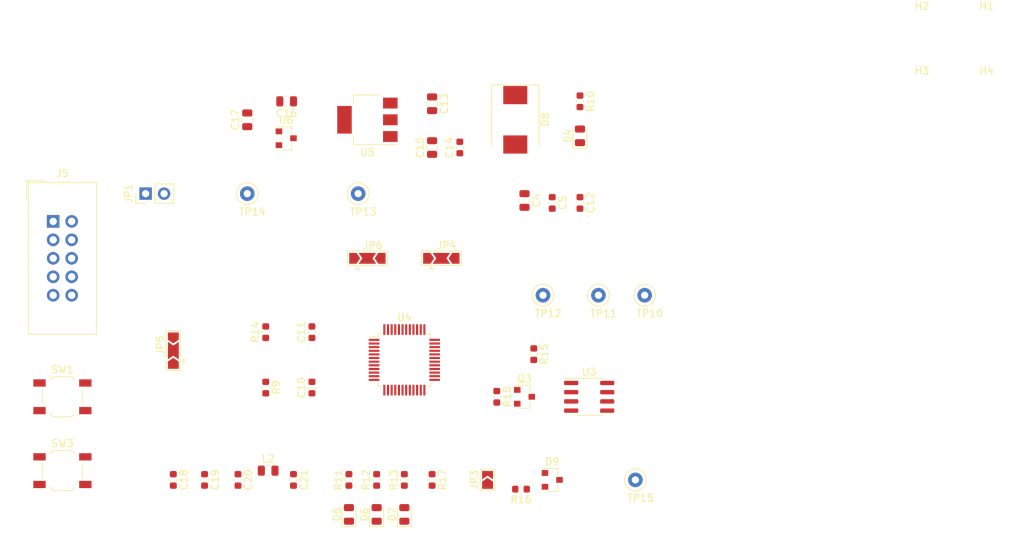
<source format=kicad_pcb>
(kicad_pcb (version 20171130) (host pcbnew 5.1.5-52549c5~84~ubuntu18.04.1)

  (general
    (thickness 1.6)
    (drawings 0)
    (tracks 0)
    (zones 0)
    (modules 54)
    (nets 62)
  )

  (page A4)
  (layers
    (0 F.Cu signal)
    (31 B.Cu signal)
    (32 B.Adhes user)
    (33 F.Adhes user)
    (34 B.Paste user)
    (35 F.Paste user)
    (36 B.SilkS user)
    (37 F.SilkS user)
    (38 B.Mask user)
    (39 F.Mask user)
    (40 Dwgs.User user)
    (41 Cmts.User user)
    (42 Eco1.User user)
    (43 Eco2.User user)
    (44 Edge.Cuts user)
    (45 Margin user)
    (46 B.CrtYd user)
    (47 F.CrtYd user)
    (48 B.Fab user)
    (49 F.Fab user)
  )

  (setup
    (last_trace_width 0.25)
    (trace_clearance 0.2)
    (zone_clearance 0.508)
    (zone_45_only no)
    (trace_min 0.2)
    (via_size 0.8)
    (via_drill 0.4)
    (via_min_size 0.4)
    (via_min_drill 0.3)
    (uvia_size 0.3)
    (uvia_drill 0.1)
    (uvias_allowed no)
    (uvia_min_size 0.2)
    (uvia_min_drill 0.1)
    (edge_width 0.05)
    (segment_width 0.2)
    (pcb_text_width 0.3)
    (pcb_text_size 1.5 1.5)
    (mod_edge_width 0.12)
    (mod_text_size 1 1)
    (mod_text_width 0.15)
    (pad_size 1.524 1.524)
    (pad_drill 0.762)
    (pad_to_mask_clearance 0.051)
    (solder_mask_min_width 0.25)
    (aux_axis_origin 0 0)
    (visible_elements FFFFFF7F)
    (pcbplotparams
      (layerselection 0x010fc_ffffffff)
      (usegerberextensions false)
      (usegerberattributes false)
      (usegerberadvancedattributes false)
      (creategerberjobfile false)
      (excludeedgelayer true)
      (linewidth 0.100000)
      (plotframeref false)
      (viasonmask false)
      (mode 1)
      (useauxorigin false)
      (hpglpennumber 1)
      (hpglpenspeed 20)
      (hpglpendiameter 15.000000)
      (psnegative false)
      (psa4output false)
      (plotreference true)
      (plotvalue true)
      (plotinvisibletext false)
      (padsonsilk false)
      (subtractmaskfromsilk false)
      (outputformat 1)
      (mirror false)
      (drillshape 1)
      (scaleselection 1)
      (outputdirectory ""))
  )

  (net 0 "")
  (net 1 +12V)
  (net 2 GND)
  (net 3 "Net-(C10-Pad1)")
  (net 4 "Net-(C11-Pad1)")
  (net 5 +3V3)
  (net 6 +5V)
  (net 7 +3.3VA)
  (net 8 "Net-(D4-Pad2)")
  (net 9 "Net-(D5-Pad2)")
  (net 10 "Net-(D6-Pad2)")
  (net 11 "Net-(D7-Pad2)")
  (net 12 /A)
  (net 13 /B)
  (net 14 "Net-(J5-Pad1)")
  (net 15 /2)
  (net 16 "Net-(J5-Pad3)")
  (net 17 /4)
  (net 18 "Net-(J5-Pad5)")
  (net 19 /6)
  (net 20 "Net-(J5-Pad7)")
  (net 21 "Net-(J5-Pad8)")
  (net 22 "Net-(J5-Pad9)")
  (net 23 /RST)
  (net 24 "Net-(JP3-Pad1)")
  (net 25 /SWDIO)
  (net 26 /SWCLK)
  (net 27 "Net-(Q3-Pad3)")
  (net 28 /TX)
  (net 29 /LED1)
  (net 30 /LED2)
  (net 31 /LED3)
  (net 32 "Net-(R14-Pad1)")
  (net 33 "Net-(R17-Pad1)")
  (net 34 "Net-(SW3-Pad1)")
  (net 35 /RX)
  (net 36 "Net-(U4-Pad2)")
  (net 37 "Net-(U4-Pad3)")
  (net 38 "Net-(U4-Pad4)")
  (net 39 "Net-(U4-Pad10)")
  (net 40 /CS)
  (net 41 /SCK)
  (net 42 /MISO)
  (net 43 /MOSI)
  (net 44 "Net-(U4-Pad18)")
  (net 45 "Net-(U4-Pad19)")
  (net 46 "Net-(U4-Pad25)")
  (net 47 "Net-(U4-Pad26)")
  (net 48 "Net-(U4-Pad27)")
  (net 49 "Net-(U4-Pad28)")
  (net 50 "Net-(U4-Pad29)")
  (net 51 "Net-(U4-Pad30)")
  (net 52 "Net-(U4-Pad31)")
  (net 53 "Net-(U4-Pad32)")
  (net 54 "Net-(U4-Pad33)")
  (net 55 "Net-(U4-Pad39)")
  (net 56 "Net-(U4-Pad40)")
  (net 57 "Net-(U4-Pad41)")
  (net 58 "Net-(U4-Pad42)")
  (net 59 "Net-(U4-Pad43)")
  (net 60 "Net-(U4-Pad45)")
  (net 61 "Net-(U4-Pad46)")

  (net_class Default "This is the default net class."
    (clearance 0.2)
    (trace_width 0.25)
    (via_dia 0.8)
    (via_drill 0.4)
    (uvia_dia 0.3)
    (uvia_drill 0.1)
    (add_net +12V)
    (add_net +3.3VA)
    (add_net +3V3)
    (add_net +5V)
    (add_net /2)
    (add_net /4)
    (add_net /6)
    (add_net /A)
    (add_net /B)
    (add_net /CS)
    (add_net /LED1)
    (add_net /LED2)
    (add_net /LED3)
    (add_net /MISO)
    (add_net /MOSI)
    (add_net /RST)
    (add_net /RX)
    (add_net /SCK)
    (add_net /SWCLK)
    (add_net /SWDIO)
    (add_net /TX)
    (add_net GND)
    (add_net "Net-(C10-Pad1)")
    (add_net "Net-(C11-Pad1)")
    (add_net "Net-(D4-Pad2)")
    (add_net "Net-(D5-Pad2)")
    (add_net "Net-(D6-Pad2)")
    (add_net "Net-(D7-Pad2)")
    (add_net "Net-(J5-Pad1)")
    (add_net "Net-(J5-Pad3)")
    (add_net "Net-(J5-Pad5)")
    (add_net "Net-(J5-Pad7)")
    (add_net "Net-(J5-Pad8)")
    (add_net "Net-(J5-Pad9)")
    (add_net "Net-(JP3-Pad1)")
    (add_net "Net-(Q3-Pad3)")
    (add_net "Net-(R14-Pad1)")
    (add_net "Net-(R17-Pad1)")
    (add_net "Net-(SW3-Pad1)")
    (add_net "Net-(U4-Pad10)")
    (add_net "Net-(U4-Pad18)")
    (add_net "Net-(U4-Pad19)")
    (add_net "Net-(U4-Pad2)")
    (add_net "Net-(U4-Pad25)")
    (add_net "Net-(U4-Pad26)")
    (add_net "Net-(U4-Pad27)")
    (add_net "Net-(U4-Pad28)")
    (add_net "Net-(U4-Pad29)")
    (add_net "Net-(U4-Pad3)")
    (add_net "Net-(U4-Pad30)")
    (add_net "Net-(U4-Pad31)")
    (add_net "Net-(U4-Pad32)")
    (add_net "Net-(U4-Pad33)")
    (add_net "Net-(U4-Pad39)")
    (add_net "Net-(U4-Pad4)")
    (add_net "Net-(U4-Pad40)")
    (add_net "Net-(U4-Pad41)")
    (add_net "Net-(U4-Pad42)")
    (add_net "Net-(U4-Pad43)")
    (add_net "Net-(U4-Pad45)")
    (add_net "Net-(U4-Pad46)")
  )

  (module Capacitor_SMD:C_0805_2012Metric (layer F.Cu) (tedit 5B36C52B) (tstamp 5E655727)
    (at 91.44 117.7775 270)
    (descr "Capacitor SMD 0805 (2012 Metric), square (rectangular) end terminal, IPC_7351 nominal, (Body size source: https://docs.google.com/spreadsheets/d/1BsfQQcO9C6DZCsRaXUlFlo91Tg2WpOkGARC1WS5S8t0/edit?usp=sharing), generated with kicad-footprint-generator")
    (tags capacitor)
    (path /5C783218)
    (attr smd)
    (fp_text reference C4 (at 0 -1.65 90) (layer F.SilkS)
      (effects (font (size 1 1) (thickness 0.15)))
    )
    (fp_text value 10u (at 0 1.65 90) (layer F.Fab)
      (effects (font (size 1 1) (thickness 0.15)))
    )
    (fp_line (start -1 0.6) (end -1 -0.6) (layer F.Fab) (width 0.1))
    (fp_line (start -1 -0.6) (end 1 -0.6) (layer F.Fab) (width 0.1))
    (fp_line (start 1 -0.6) (end 1 0.6) (layer F.Fab) (width 0.1))
    (fp_line (start 1 0.6) (end -1 0.6) (layer F.Fab) (width 0.1))
    (fp_line (start -0.258578 -0.71) (end 0.258578 -0.71) (layer F.SilkS) (width 0.12))
    (fp_line (start -0.258578 0.71) (end 0.258578 0.71) (layer F.SilkS) (width 0.12))
    (fp_line (start -1.68 0.95) (end -1.68 -0.95) (layer F.CrtYd) (width 0.05))
    (fp_line (start -1.68 -0.95) (end 1.68 -0.95) (layer F.CrtYd) (width 0.05))
    (fp_line (start 1.68 -0.95) (end 1.68 0.95) (layer F.CrtYd) (width 0.05))
    (fp_line (start 1.68 0.95) (end -1.68 0.95) (layer F.CrtYd) (width 0.05))
    (fp_text user %R (at 0 0 90) (layer F.Fab)
      (effects (font (size 0.5 0.5) (thickness 0.08)))
    )
    (pad 1 smd roundrect (at -0.9375 0 270) (size 0.975 1.4) (layers F.Cu F.Paste F.Mask) (roundrect_rratio 0.25)
      (net 1 +12V))
    (pad 2 smd roundrect (at 0.9375 0 270) (size 0.975 1.4) (layers F.Cu F.Paste F.Mask) (roundrect_rratio 0.25)
      (net 2 GND))
    (model ${KISYS3DMOD}/Capacitor_SMD.3dshapes/C_0805_2012Metric.wrl
      (at (xyz 0 0 0))
      (scale (xyz 1 1 1))
      (rotate (xyz 0 0 0))
    )
  )

  (module Capacitor_SMD:C_0603_1608Metric (layer F.Cu) (tedit 5B301BBE) (tstamp 5E655738)
    (at 95.25 118.11 270)
    (descr "Capacitor SMD 0603 (1608 Metric), square (rectangular) end terminal, IPC_7351 nominal, (Body size source: http://www.tortai-tech.com/upload/download/2011102023233369053.pdf), generated with kicad-footprint-generator")
    (tags capacitor)
    (path /5C78849F)
    (attr smd)
    (fp_text reference C5 (at 0 -1.43 90) (layer F.SilkS)
      (effects (font (size 1 1) (thickness 0.15)))
    )
    (fp_text value 100n (at 0 1.43 90) (layer F.Fab)
      (effects (font (size 1 1) (thickness 0.15)))
    )
    (fp_line (start -0.8 0.4) (end -0.8 -0.4) (layer F.Fab) (width 0.1))
    (fp_line (start -0.8 -0.4) (end 0.8 -0.4) (layer F.Fab) (width 0.1))
    (fp_line (start 0.8 -0.4) (end 0.8 0.4) (layer F.Fab) (width 0.1))
    (fp_line (start 0.8 0.4) (end -0.8 0.4) (layer F.Fab) (width 0.1))
    (fp_line (start -0.162779 -0.51) (end 0.162779 -0.51) (layer F.SilkS) (width 0.12))
    (fp_line (start -0.162779 0.51) (end 0.162779 0.51) (layer F.SilkS) (width 0.12))
    (fp_line (start -1.48 0.73) (end -1.48 -0.73) (layer F.CrtYd) (width 0.05))
    (fp_line (start -1.48 -0.73) (end 1.48 -0.73) (layer F.CrtYd) (width 0.05))
    (fp_line (start 1.48 -0.73) (end 1.48 0.73) (layer F.CrtYd) (width 0.05))
    (fp_line (start 1.48 0.73) (end -1.48 0.73) (layer F.CrtYd) (width 0.05))
    (fp_text user %R (at 0 0 90) (layer F.Fab)
      (effects (font (size 0.4 0.4) (thickness 0.06)))
    )
    (pad 1 smd roundrect (at -0.7875 0 270) (size 0.875 0.95) (layers F.Cu F.Paste F.Mask) (roundrect_rratio 0.25)
      (net 1 +12V))
    (pad 2 smd roundrect (at 0.7875 0 270) (size 0.875 0.95) (layers F.Cu F.Paste F.Mask) (roundrect_rratio 0.25)
      (net 2 GND))
    (model ${KISYS3DMOD}/Capacitor_SMD.3dshapes/C_0603_1608Metric.wrl
      (at (xyz 0 0 0))
      (scale (xyz 1 1 1))
      (rotate (xyz 0 0 0))
    )
  )

  (module Capacitor_SMD:C_0603_1608Metric (layer F.Cu) (tedit 5B301BBE) (tstamp 5E655749)
    (at 62.23 143.51 90)
    (descr "Capacitor SMD 0603 (1608 Metric), square (rectangular) end terminal, IPC_7351 nominal, (Body size source: http://www.tortai-tech.com/upload/download/2011102023233369053.pdf), generated with kicad-footprint-generator")
    (tags capacitor)
    (path /5C772510)
    (attr smd)
    (fp_text reference C10 (at 0 -1.43 90) (layer F.SilkS)
      (effects (font (size 1 1) (thickness 0.15)))
    )
    (fp_text value 22p (at 0 1.43 90) (layer F.Fab)
      (effects (font (size 1 1) (thickness 0.15)))
    )
    (fp_text user %R (at 0 0 90) (layer F.Fab)
      (effects (font (size 0.4 0.4) (thickness 0.06)))
    )
    (fp_line (start 1.48 0.73) (end -1.48 0.73) (layer F.CrtYd) (width 0.05))
    (fp_line (start 1.48 -0.73) (end 1.48 0.73) (layer F.CrtYd) (width 0.05))
    (fp_line (start -1.48 -0.73) (end 1.48 -0.73) (layer F.CrtYd) (width 0.05))
    (fp_line (start -1.48 0.73) (end -1.48 -0.73) (layer F.CrtYd) (width 0.05))
    (fp_line (start -0.162779 0.51) (end 0.162779 0.51) (layer F.SilkS) (width 0.12))
    (fp_line (start -0.162779 -0.51) (end 0.162779 -0.51) (layer F.SilkS) (width 0.12))
    (fp_line (start 0.8 0.4) (end -0.8 0.4) (layer F.Fab) (width 0.1))
    (fp_line (start 0.8 -0.4) (end 0.8 0.4) (layer F.Fab) (width 0.1))
    (fp_line (start -0.8 -0.4) (end 0.8 -0.4) (layer F.Fab) (width 0.1))
    (fp_line (start -0.8 0.4) (end -0.8 -0.4) (layer F.Fab) (width 0.1))
    (pad 2 smd roundrect (at 0.7875 0 90) (size 0.875 0.95) (layers F.Cu F.Paste F.Mask) (roundrect_rratio 0.25)
      (net 2 GND))
    (pad 1 smd roundrect (at -0.7875 0 90) (size 0.875 0.95) (layers F.Cu F.Paste F.Mask) (roundrect_rratio 0.25)
      (net 3 "Net-(C10-Pad1)"))
    (model ${KISYS3DMOD}/Capacitor_SMD.3dshapes/C_0603_1608Metric.wrl
      (at (xyz 0 0 0))
      (scale (xyz 1 1 1))
      (rotate (xyz 0 0 0))
    )
  )

  (module Capacitor_SMD:C_0603_1608Metric (layer F.Cu) (tedit 5B301BBE) (tstamp 5E65575A)
    (at 62.23 135.89 90)
    (descr "Capacitor SMD 0603 (1608 Metric), square (rectangular) end terminal, IPC_7351 nominal, (Body size source: http://www.tortai-tech.com/upload/download/2011102023233369053.pdf), generated with kicad-footprint-generator")
    (tags capacitor)
    (path /5C772594)
    (attr smd)
    (fp_text reference C11 (at 0 -1.43 90) (layer F.SilkS)
      (effects (font (size 1 1) (thickness 0.15)))
    )
    (fp_text value 22p (at 0 1.43 90) (layer F.Fab)
      (effects (font (size 1 1) (thickness 0.15)))
    )
    (fp_line (start -0.8 0.4) (end -0.8 -0.4) (layer F.Fab) (width 0.1))
    (fp_line (start -0.8 -0.4) (end 0.8 -0.4) (layer F.Fab) (width 0.1))
    (fp_line (start 0.8 -0.4) (end 0.8 0.4) (layer F.Fab) (width 0.1))
    (fp_line (start 0.8 0.4) (end -0.8 0.4) (layer F.Fab) (width 0.1))
    (fp_line (start -0.162779 -0.51) (end 0.162779 -0.51) (layer F.SilkS) (width 0.12))
    (fp_line (start -0.162779 0.51) (end 0.162779 0.51) (layer F.SilkS) (width 0.12))
    (fp_line (start -1.48 0.73) (end -1.48 -0.73) (layer F.CrtYd) (width 0.05))
    (fp_line (start -1.48 -0.73) (end 1.48 -0.73) (layer F.CrtYd) (width 0.05))
    (fp_line (start 1.48 -0.73) (end 1.48 0.73) (layer F.CrtYd) (width 0.05))
    (fp_line (start 1.48 0.73) (end -1.48 0.73) (layer F.CrtYd) (width 0.05))
    (fp_text user %R (at 0 0 90) (layer F.Fab)
      (effects (font (size 0.4 0.4) (thickness 0.06)))
    )
    (pad 1 smd roundrect (at -0.7875 0 90) (size 0.875 0.95) (layers F.Cu F.Paste F.Mask) (roundrect_rratio 0.25)
      (net 4 "Net-(C11-Pad1)"))
    (pad 2 smd roundrect (at 0.7875 0 90) (size 0.875 0.95) (layers F.Cu F.Paste F.Mask) (roundrect_rratio 0.25)
      (net 2 GND))
    (model ${KISYS3DMOD}/Capacitor_SMD.3dshapes/C_0603_1608Metric.wrl
      (at (xyz 0 0 0))
      (scale (xyz 1 1 1))
      (rotate (xyz 0 0 0))
    )
  )

  (module Capacitor_SMD:C_0603_1608Metric (layer F.Cu) (tedit 5B301BBE) (tstamp 5E65576B)
    (at 99.06 118.11 270)
    (descr "Capacitor SMD 0603 (1608 Metric), square (rectangular) end terminal, IPC_7351 nominal, (Body size source: http://www.tortai-tech.com/upload/download/2011102023233369053.pdf), generated with kicad-footprint-generator")
    (tags capacitor)
    (path /5C770CB9)
    (attr smd)
    (fp_text reference C12 (at 0 -1.43 90) (layer F.SilkS)
      (effects (font (size 1 1) (thickness 0.15)))
    )
    (fp_text value 100n (at 0 1.43 90) (layer F.Fab)
      (effects (font (size 1 1) (thickness 0.15)))
    )
    (fp_line (start -0.8 0.4) (end -0.8 -0.4) (layer F.Fab) (width 0.1))
    (fp_line (start -0.8 -0.4) (end 0.8 -0.4) (layer F.Fab) (width 0.1))
    (fp_line (start 0.8 -0.4) (end 0.8 0.4) (layer F.Fab) (width 0.1))
    (fp_line (start 0.8 0.4) (end -0.8 0.4) (layer F.Fab) (width 0.1))
    (fp_line (start -0.162779 -0.51) (end 0.162779 -0.51) (layer F.SilkS) (width 0.12))
    (fp_line (start -0.162779 0.51) (end 0.162779 0.51) (layer F.SilkS) (width 0.12))
    (fp_line (start -1.48 0.73) (end -1.48 -0.73) (layer F.CrtYd) (width 0.05))
    (fp_line (start -1.48 -0.73) (end 1.48 -0.73) (layer F.CrtYd) (width 0.05))
    (fp_line (start 1.48 -0.73) (end 1.48 0.73) (layer F.CrtYd) (width 0.05))
    (fp_line (start 1.48 0.73) (end -1.48 0.73) (layer F.CrtYd) (width 0.05))
    (fp_text user %R (at 0 0 90) (layer F.Fab)
      (effects (font (size 0.4 0.4) (thickness 0.06)))
    )
    (pad 1 smd roundrect (at -0.7875 0 270) (size 0.875 0.95) (layers F.Cu F.Paste F.Mask) (roundrect_rratio 0.25)
      (net 5 +3V3))
    (pad 2 smd roundrect (at 0.7875 0 270) (size 0.875 0.95) (layers F.Cu F.Paste F.Mask) (roundrect_rratio 0.25)
      (net 2 GND))
    (model ${KISYS3DMOD}/Capacitor_SMD.3dshapes/C_0603_1608Metric.wrl
      (at (xyz 0 0 0))
      (scale (xyz 1 1 1))
      (rotate (xyz 0 0 0))
    )
  )

  (module Capacitor_SMD:C_0805_2012Metric (layer F.Cu) (tedit 5B36C52B) (tstamp 5E65577C)
    (at 78.74 104.4725 270)
    (descr "Capacitor SMD 0805 (2012 Metric), square (rectangular) end terminal, IPC_7351 nominal, (Body size source: https://docs.google.com/spreadsheets/d/1BsfQQcO9C6DZCsRaXUlFlo91Tg2WpOkGARC1WS5S8t0/edit?usp=sharing), generated with kicad-footprint-generator")
    (tags capacitor)
    (path /5CB2D643)
    (attr smd)
    (fp_text reference C13 (at 0 -1.65 90) (layer F.SilkS)
      (effects (font (size 1 1) (thickness 0.15)))
    )
    (fp_text value 10u (at 0 1.65 90) (layer F.Fab)
      (effects (font (size 1 1) (thickness 0.15)))
    )
    (fp_text user %R (at 0 0 90) (layer F.Fab)
      (effects (font (size 0.5 0.5) (thickness 0.08)))
    )
    (fp_line (start 1.68 0.95) (end -1.68 0.95) (layer F.CrtYd) (width 0.05))
    (fp_line (start 1.68 -0.95) (end 1.68 0.95) (layer F.CrtYd) (width 0.05))
    (fp_line (start -1.68 -0.95) (end 1.68 -0.95) (layer F.CrtYd) (width 0.05))
    (fp_line (start -1.68 0.95) (end -1.68 -0.95) (layer F.CrtYd) (width 0.05))
    (fp_line (start -0.258578 0.71) (end 0.258578 0.71) (layer F.SilkS) (width 0.12))
    (fp_line (start -0.258578 -0.71) (end 0.258578 -0.71) (layer F.SilkS) (width 0.12))
    (fp_line (start 1 0.6) (end -1 0.6) (layer F.Fab) (width 0.1))
    (fp_line (start 1 -0.6) (end 1 0.6) (layer F.Fab) (width 0.1))
    (fp_line (start -1 -0.6) (end 1 -0.6) (layer F.Fab) (width 0.1))
    (fp_line (start -1 0.6) (end -1 -0.6) (layer F.Fab) (width 0.1))
    (pad 2 smd roundrect (at 0.9375 0 270) (size 0.975 1.4) (layers F.Cu F.Paste F.Mask) (roundrect_rratio 0.25)
      (net 2 GND))
    (pad 1 smd roundrect (at -0.9375 0 270) (size 0.975 1.4) (layers F.Cu F.Paste F.Mask) (roundrect_rratio 0.25)
      (net 1 +12V))
    (model ${KISYS3DMOD}/Capacitor_SMD.3dshapes/C_0805_2012Metric.wrl
      (at (xyz 0 0 0))
      (scale (xyz 1 1 1))
      (rotate (xyz 0 0 0))
    )
  )

  (module Capacitor_SMD:C_0603_1608Metric (layer F.Cu) (tedit 5B301BBE) (tstamp 5E65578D)
    (at 82.55 110.49 90)
    (descr "Capacitor SMD 0603 (1608 Metric), square (rectangular) end terminal, IPC_7351 nominal, (Body size source: http://www.tortai-tech.com/upload/download/2011102023233369053.pdf), generated with kicad-footprint-generator")
    (tags capacitor)
    (path /5CB2D64A)
    (attr smd)
    (fp_text reference C14 (at 0 -1.43 90) (layer F.SilkS)
      (effects (font (size 1 1) (thickness 0.15)))
    )
    (fp_text value 100n (at 0 1.43 90) (layer F.Fab)
      (effects (font (size 1 1) (thickness 0.15)))
    )
    (fp_text user %R (at 0 0 90) (layer F.Fab)
      (effects (font (size 0.4 0.4) (thickness 0.06)))
    )
    (fp_line (start 1.48 0.73) (end -1.48 0.73) (layer F.CrtYd) (width 0.05))
    (fp_line (start 1.48 -0.73) (end 1.48 0.73) (layer F.CrtYd) (width 0.05))
    (fp_line (start -1.48 -0.73) (end 1.48 -0.73) (layer F.CrtYd) (width 0.05))
    (fp_line (start -1.48 0.73) (end -1.48 -0.73) (layer F.CrtYd) (width 0.05))
    (fp_line (start -0.162779 0.51) (end 0.162779 0.51) (layer F.SilkS) (width 0.12))
    (fp_line (start -0.162779 -0.51) (end 0.162779 -0.51) (layer F.SilkS) (width 0.12))
    (fp_line (start 0.8 0.4) (end -0.8 0.4) (layer F.Fab) (width 0.1))
    (fp_line (start 0.8 -0.4) (end 0.8 0.4) (layer F.Fab) (width 0.1))
    (fp_line (start -0.8 -0.4) (end 0.8 -0.4) (layer F.Fab) (width 0.1))
    (fp_line (start -0.8 0.4) (end -0.8 -0.4) (layer F.Fab) (width 0.1))
    (pad 2 smd roundrect (at 0.7875 0 90) (size 0.875 0.95) (layers F.Cu F.Paste F.Mask) (roundrect_rratio 0.25)
      (net 2 GND))
    (pad 1 smd roundrect (at -0.7875 0 90) (size 0.875 0.95) (layers F.Cu F.Paste F.Mask) (roundrect_rratio 0.25)
      (net 1 +12V))
    (model ${KISYS3DMOD}/Capacitor_SMD.3dshapes/C_0603_1608Metric.wrl
      (at (xyz 0 0 0))
      (scale (xyz 1 1 1))
      (rotate (xyz 0 0 0))
    )
  )

  (module Capacitor_SMD:C_0805_2012Metric (layer F.Cu) (tedit 5B36C52B) (tstamp 5E65579E)
    (at 78.74 110.49 90)
    (descr "Capacitor SMD 0805 (2012 Metric), square (rectangular) end terminal, IPC_7351 nominal, (Body size source: https://docs.google.com/spreadsheets/d/1BsfQQcO9C6DZCsRaXUlFlo91Tg2WpOkGARC1WS5S8t0/edit?usp=sharing), generated with kicad-footprint-generator")
    (tags capacitor)
    (path /5C7862CF)
    (attr smd)
    (fp_text reference C15 (at 0 -1.65 90) (layer F.SilkS)
      (effects (font (size 1 1) (thickness 0.15)))
    )
    (fp_text value 10u (at 0 1.65 90) (layer F.Fab)
      (effects (font (size 1 1) (thickness 0.15)))
    )
    (fp_line (start -1 0.6) (end -1 -0.6) (layer F.Fab) (width 0.1))
    (fp_line (start -1 -0.6) (end 1 -0.6) (layer F.Fab) (width 0.1))
    (fp_line (start 1 -0.6) (end 1 0.6) (layer F.Fab) (width 0.1))
    (fp_line (start 1 0.6) (end -1 0.6) (layer F.Fab) (width 0.1))
    (fp_line (start -0.258578 -0.71) (end 0.258578 -0.71) (layer F.SilkS) (width 0.12))
    (fp_line (start -0.258578 0.71) (end 0.258578 0.71) (layer F.SilkS) (width 0.12))
    (fp_line (start -1.68 0.95) (end -1.68 -0.95) (layer F.CrtYd) (width 0.05))
    (fp_line (start -1.68 -0.95) (end 1.68 -0.95) (layer F.CrtYd) (width 0.05))
    (fp_line (start 1.68 -0.95) (end 1.68 0.95) (layer F.CrtYd) (width 0.05))
    (fp_line (start 1.68 0.95) (end -1.68 0.95) (layer F.CrtYd) (width 0.05))
    (fp_text user %R (at 0 0 90) (layer F.Fab)
      (effects (font (size 0.5 0.5) (thickness 0.08)))
    )
    (pad 1 smd roundrect (at -0.9375 0 90) (size 0.975 1.4) (layers F.Cu F.Paste F.Mask) (roundrect_rratio 0.25)
      (net 6 +5V))
    (pad 2 smd roundrect (at 0.9375 0 90) (size 0.975 1.4) (layers F.Cu F.Paste F.Mask) (roundrect_rratio 0.25)
      (net 2 GND))
    (model ${KISYS3DMOD}/Capacitor_SMD.3dshapes/C_0805_2012Metric.wrl
      (at (xyz 0 0 0))
      (scale (xyz 1 1 1))
      (rotate (xyz 0 0 0))
    )
  )

  (module Capacitor_SMD:C_0805_2012Metric (layer F.Cu) (tedit 5B36C52B) (tstamp 5E6557AF)
    (at 58.7525 104.14 180)
    (descr "Capacitor SMD 0805 (2012 Metric), square (rectangular) end terminal, IPC_7351 nominal, (Body size source: https://docs.google.com/spreadsheets/d/1BsfQQcO9C6DZCsRaXUlFlo91Tg2WpOkGARC1WS5S8t0/edit?usp=sharing), generated with kicad-footprint-generator")
    (tags capacitor)
    (path /5C795CB6)
    (attr smd)
    (fp_text reference C16 (at 0 -1.65) (layer F.SilkS)
      (effects (font (size 1 1) (thickness 0.15)))
    )
    (fp_text value 1u (at 0 1.65) (layer F.Fab)
      (effects (font (size 1 1) (thickness 0.15)))
    )
    (fp_line (start -1 0.6) (end -1 -0.6) (layer F.Fab) (width 0.1))
    (fp_line (start -1 -0.6) (end 1 -0.6) (layer F.Fab) (width 0.1))
    (fp_line (start 1 -0.6) (end 1 0.6) (layer F.Fab) (width 0.1))
    (fp_line (start 1 0.6) (end -1 0.6) (layer F.Fab) (width 0.1))
    (fp_line (start -0.258578 -0.71) (end 0.258578 -0.71) (layer F.SilkS) (width 0.12))
    (fp_line (start -0.258578 0.71) (end 0.258578 0.71) (layer F.SilkS) (width 0.12))
    (fp_line (start -1.68 0.95) (end -1.68 -0.95) (layer F.CrtYd) (width 0.05))
    (fp_line (start -1.68 -0.95) (end 1.68 -0.95) (layer F.CrtYd) (width 0.05))
    (fp_line (start 1.68 -0.95) (end 1.68 0.95) (layer F.CrtYd) (width 0.05))
    (fp_line (start 1.68 0.95) (end -1.68 0.95) (layer F.CrtYd) (width 0.05))
    (fp_text user %R (at 0 0) (layer F.Fab)
      (effects (font (size 0.5 0.5) (thickness 0.08)))
    )
    (pad 1 smd roundrect (at -0.9375 0 180) (size 0.975 1.4) (layers F.Cu F.Paste F.Mask) (roundrect_rratio 0.25)
      (net 6 +5V))
    (pad 2 smd roundrect (at 0.9375 0 180) (size 0.975 1.4) (layers F.Cu F.Paste F.Mask) (roundrect_rratio 0.25)
      (net 2 GND))
    (model ${KISYS3DMOD}/Capacitor_SMD.3dshapes/C_0805_2012Metric.wrl
      (at (xyz 0 0 0))
      (scale (xyz 1 1 1))
      (rotate (xyz 0 0 0))
    )
  )

  (module Capacitor_SMD:C_0805_2012Metric (layer F.Cu) (tedit 5B36C52B) (tstamp 5E6557C0)
    (at 53.34 106.68 90)
    (descr "Capacitor SMD 0805 (2012 Metric), square (rectangular) end terminal, IPC_7351 nominal, (Body size source: https://docs.google.com/spreadsheets/d/1BsfQQcO9C6DZCsRaXUlFlo91Tg2WpOkGARC1WS5S8t0/edit?usp=sharing), generated with kicad-footprint-generator")
    (tags capacitor)
    (path /5C78D98D)
    (attr smd)
    (fp_text reference C17 (at 0 -1.65 90) (layer F.SilkS)
      (effects (font (size 1 1) (thickness 0.15)))
    )
    (fp_text value 1u (at 0 1.65 90) (layer F.Fab)
      (effects (font (size 1 1) (thickness 0.15)))
    )
    (fp_text user %R (at 0 0 90) (layer F.Fab)
      (effects (font (size 0.5 0.5) (thickness 0.08)))
    )
    (fp_line (start 1.68 0.95) (end -1.68 0.95) (layer F.CrtYd) (width 0.05))
    (fp_line (start 1.68 -0.95) (end 1.68 0.95) (layer F.CrtYd) (width 0.05))
    (fp_line (start -1.68 -0.95) (end 1.68 -0.95) (layer F.CrtYd) (width 0.05))
    (fp_line (start -1.68 0.95) (end -1.68 -0.95) (layer F.CrtYd) (width 0.05))
    (fp_line (start -0.258578 0.71) (end 0.258578 0.71) (layer F.SilkS) (width 0.12))
    (fp_line (start -0.258578 -0.71) (end 0.258578 -0.71) (layer F.SilkS) (width 0.12))
    (fp_line (start 1 0.6) (end -1 0.6) (layer F.Fab) (width 0.1))
    (fp_line (start 1 -0.6) (end 1 0.6) (layer F.Fab) (width 0.1))
    (fp_line (start -1 -0.6) (end 1 -0.6) (layer F.Fab) (width 0.1))
    (fp_line (start -1 0.6) (end -1 -0.6) (layer F.Fab) (width 0.1))
    (pad 2 smd roundrect (at 0.9375 0 90) (size 0.975 1.4) (layers F.Cu F.Paste F.Mask) (roundrect_rratio 0.25)
      (net 2 GND))
    (pad 1 smd roundrect (at -0.9375 0 90) (size 0.975 1.4) (layers F.Cu F.Paste F.Mask) (roundrect_rratio 0.25)
      (net 5 +3V3))
    (model ${KISYS3DMOD}/Capacitor_SMD.3dshapes/C_0805_2012Metric.wrl
      (at (xyz 0 0 0))
      (scale (xyz 1 1 1))
      (rotate (xyz 0 0 0))
    )
  )

  (module Capacitor_SMD:C_0603_1608Metric (layer F.Cu) (tedit 5B301BBE) (tstamp 5E6557D1)
    (at 43.18 156.21 270)
    (descr "Capacitor SMD 0603 (1608 Metric), square (rectangular) end terminal, IPC_7351 nominal, (Body size source: http://www.tortai-tech.com/upload/download/2011102023233369053.pdf), generated with kicad-footprint-generator")
    (tags capacitor)
    (path /5C77081B)
    (attr smd)
    (fp_text reference C18 (at 0 -1.43 90) (layer F.SilkS)
      (effects (font (size 1 1) (thickness 0.15)))
    )
    (fp_text value 100n (at 0 1.43 90) (layer F.Fab)
      (effects (font (size 1 1) (thickness 0.15)))
    )
    (fp_text user %R (at 0 0 90) (layer F.Fab)
      (effects (font (size 0.4 0.4) (thickness 0.06)))
    )
    (fp_line (start 1.48 0.73) (end -1.48 0.73) (layer F.CrtYd) (width 0.05))
    (fp_line (start 1.48 -0.73) (end 1.48 0.73) (layer F.CrtYd) (width 0.05))
    (fp_line (start -1.48 -0.73) (end 1.48 -0.73) (layer F.CrtYd) (width 0.05))
    (fp_line (start -1.48 0.73) (end -1.48 -0.73) (layer F.CrtYd) (width 0.05))
    (fp_line (start -0.162779 0.51) (end 0.162779 0.51) (layer F.SilkS) (width 0.12))
    (fp_line (start -0.162779 -0.51) (end 0.162779 -0.51) (layer F.SilkS) (width 0.12))
    (fp_line (start 0.8 0.4) (end -0.8 0.4) (layer F.Fab) (width 0.1))
    (fp_line (start 0.8 -0.4) (end 0.8 0.4) (layer F.Fab) (width 0.1))
    (fp_line (start -0.8 -0.4) (end 0.8 -0.4) (layer F.Fab) (width 0.1))
    (fp_line (start -0.8 0.4) (end -0.8 -0.4) (layer F.Fab) (width 0.1))
    (pad 2 smd roundrect (at 0.7875 0 270) (size 0.875 0.95) (layers F.Cu F.Paste F.Mask) (roundrect_rratio 0.25)
      (net 2 GND))
    (pad 1 smd roundrect (at -0.7875 0 270) (size 0.875 0.95) (layers F.Cu F.Paste F.Mask) (roundrect_rratio 0.25)
      (net 5 +3V3))
    (model ${KISYS3DMOD}/Capacitor_SMD.3dshapes/C_0603_1608Metric.wrl
      (at (xyz 0 0 0))
      (scale (xyz 1 1 1))
      (rotate (xyz 0 0 0))
    )
  )

  (module Capacitor_SMD:C_0603_1608Metric (layer F.Cu) (tedit 5B301BBE) (tstamp 5E6557E2)
    (at 47.4725 156.21 270)
    (descr "Capacitor SMD 0603 (1608 Metric), square (rectangular) end terminal, IPC_7351 nominal, (Body size source: http://www.tortai-tech.com/upload/download/2011102023233369053.pdf), generated with kicad-footprint-generator")
    (tags capacitor)
    (path /5C76F81D)
    (attr smd)
    (fp_text reference C19 (at 0 -1.43 90) (layer F.SilkS)
      (effects (font (size 1 1) (thickness 0.15)))
    )
    (fp_text value 100n (at 0 1.43 90) (layer F.Fab)
      (effects (font (size 1 1) (thickness 0.15)))
    )
    (fp_text user %R (at 0 0 90) (layer F.Fab)
      (effects (font (size 0.4 0.4) (thickness 0.06)))
    )
    (fp_line (start 1.48 0.73) (end -1.48 0.73) (layer F.CrtYd) (width 0.05))
    (fp_line (start 1.48 -0.73) (end 1.48 0.73) (layer F.CrtYd) (width 0.05))
    (fp_line (start -1.48 -0.73) (end 1.48 -0.73) (layer F.CrtYd) (width 0.05))
    (fp_line (start -1.48 0.73) (end -1.48 -0.73) (layer F.CrtYd) (width 0.05))
    (fp_line (start -0.162779 0.51) (end 0.162779 0.51) (layer F.SilkS) (width 0.12))
    (fp_line (start -0.162779 -0.51) (end 0.162779 -0.51) (layer F.SilkS) (width 0.12))
    (fp_line (start 0.8 0.4) (end -0.8 0.4) (layer F.Fab) (width 0.1))
    (fp_line (start 0.8 -0.4) (end 0.8 0.4) (layer F.Fab) (width 0.1))
    (fp_line (start -0.8 -0.4) (end 0.8 -0.4) (layer F.Fab) (width 0.1))
    (fp_line (start -0.8 0.4) (end -0.8 -0.4) (layer F.Fab) (width 0.1))
    (pad 2 smd roundrect (at 0.7875 0 270) (size 0.875 0.95) (layers F.Cu F.Paste F.Mask) (roundrect_rratio 0.25)
      (net 2 GND))
    (pad 1 smd roundrect (at -0.7875 0 270) (size 0.875 0.95) (layers F.Cu F.Paste F.Mask) (roundrect_rratio 0.25)
      (net 5 +3V3))
    (model ${KISYS3DMOD}/Capacitor_SMD.3dshapes/C_0603_1608Metric.wrl
      (at (xyz 0 0 0))
      (scale (xyz 1 1 1))
      (rotate (xyz 0 0 0))
    )
  )

  (module Capacitor_SMD:C_0603_1608Metric (layer F.Cu) (tedit 5B301BBE) (tstamp 5E6557F3)
    (at 52.07 156.21 270)
    (descr "Capacitor SMD 0603 (1608 Metric), square (rectangular) end terminal, IPC_7351 nominal, (Body size source: http://www.tortai-tech.com/upload/download/2011102023233369053.pdf), generated with kicad-footprint-generator")
    (tags capacitor)
    (path /5C76F7C9)
    (attr smd)
    (fp_text reference C20 (at 0 -1.43 90) (layer F.SilkS)
      (effects (font (size 1 1) (thickness 0.15)))
    )
    (fp_text value 100n (at 0 1.43 90) (layer F.Fab)
      (effects (font (size 1 1) (thickness 0.15)))
    )
    (fp_line (start -0.8 0.4) (end -0.8 -0.4) (layer F.Fab) (width 0.1))
    (fp_line (start -0.8 -0.4) (end 0.8 -0.4) (layer F.Fab) (width 0.1))
    (fp_line (start 0.8 -0.4) (end 0.8 0.4) (layer F.Fab) (width 0.1))
    (fp_line (start 0.8 0.4) (end -0.8 0.4) (layer F.Fab) (width 0.1))
    (fp_line (start -0.162779 -0.51) (end 0.162779 -0.51) (layer F.SilkS) (width 0.12))
    (fp_line (start -0.162779 0.51) (end 0.162779 0.51) (layer F.SilkS) (width 0.12))
    (fp_line (start -1.48 0.73) (end -1.48 -0.73) (layer F.CrtYd) (width 0.05))
    (fp_line (start -1.48 -0.73) (end 1.48 -0.73) (layer F.CrtYd) (width 0.05))
    (fp_line (start 1.48 -0.73) (end 1.48 0.73) (layer F.CrtYd) (width 0.05))
    (fp_line (start 1.48 0.73) (end -1.48 0.73) (layer F.CrtYd) (width 0.05))
    (fp_text user %R (at 0 0 90) (layer F.Fab)
      (effects (font (size 0.4 0.4) (thickness 0.06)))
    )
    (pad 1 smd roundrect (at -0.7875 0 270) (size 0.875 0.95) (layers F.Cu F.Paste F.Mask) (roundrect_rratio 0.25)
      (net 5 +3V3))
    (pad 2 smd roundrect (at 0.7875 0 270) (size 0.875 0.95) (layers F.Cu F.Paste F.Mask) (roundrect_rratio 0.25)
      (net 2 GND))
    (model ${KISYS3DMOD}/Capacitor_SMD.3dshapes/C_0603_1608Metric.wrl
      (at (xyz 0 0 0))
      (scale (xyz 1 1 1))
      (rotate (xyz 0 0 0))
    )
  )

  (module Capacitor_SMD:C_0603_1608Metric (layer F.Cu) (tedit 5B301BBE) (tstamp 5E655804)
    (at 59.69 156.21 270)
    (descr "Capacitor SMD 0603 (1608 Metric), square (rectangular) end terminal, IPC_7351 nominal, (Body size source: http://www.tortai-tech.com/upload/download/2011102023233369053.pdf), generated with kicad-footprint-generator")
    (tags capacitor)
    (path /5C76F857)
    (attr smd)
    (fp_text reference C21 (at 0 -1.43 90) (layer F.SilkS)
      (effects (font (size 1 1) (thickness 0.15)))
    )
    (fp_text value 100n (at 0 1.43 90) (layer F.Fab)
      (effects (font (size 1 1) (thickness 0.15)))
    )
    (fp_line (start -0.8 0.4) (end -0.8 -0.4) (layer F.Fab) (width 0.1))
    (fp_line (start -0.8 -0.4) (end 0.8 -0.4) (layer F.Fab) (width 0.1))
    (fp_line (start 0.8 -0.4) (end 0.8 0.4) (layer F.Fab) (width 0.1))
    (fp_line (start 0.8 0.4) (end -0.8 0.4) (layer F.Fab) (width 0.1))
    (fp_line (start -0.162779 -0.51) (end 0.162779 -0.51) (layer F.SilkS) (width 0.12))
    (fp_line (start -0.162779 0.51) (end 0.162779 0.51) (layer F.SilkS) (width 0.12))
    (fp_line (start -1.48 0.73) (end -1.48 -0.73) (layer F.CrtYd) (width 0.05))
    (fp_line (start -1.48 -0.73) (end 1.48 -0.73) (layer F.CrtYd) (width 0.05))
    (fp_line (start 1.48 -0.73) (end 1.48 0.73) (layer F.CrtYd) (width 0.05))
    (fp_line (start 1.48 0.73) (end -1.48 0.73) (layer F.CrtYd) (width 0.05))
    (fp_text user %R (at 0 0 90) (layer F.Fab)
      (effects (font (size 0.4 0.4) (thickness 0.06)))
    )
    (pad 1 smd roundrect (at -0.7875 0 270) (size 0.875 0.95) (layers F.Cu F.Paste F.Mask) (roundrect_rratio 0.25)
      (net 7 +3.3VA))
    (pad 2 smd roundrect (at 0.7875 0 270) (size 0.875 0.95) (layers F.Cu F.Paste F.Mask) (roundrect_rratio 0.25)
      (net 2 GND))
    (model ${KISYS3DMOD}/Capacitor_SMD.3dshapes/C_0603_1608Metric.wrl
      (at (xyz 0 0 0))
      (scale (xyz 1 1 1))
      (rotate (xyz 0 0 0))
    )
  )

  (module LED_SMD:LED_0805_2012Metric (layer F.Cu) (tedit 5B36C52C) (tstamp 5E655817)
    (at 99.06 108.8875 90)
    (descr "LED SMD 0805 (2012 Metric), square (rectangular) end terminal, IPC_7351 nominal, (Body size source: https://docs.google.com/spreadsheets/d/1BsfQQcO9C6DZCsRaXUlFlo91Tg2WpOkGARC1WS5S8t0/edit?usp=sharing), generated with kicad-footprint-generator")
    (tags diode)
    (path /5C7BAE85)
    (attr smd)
    (fp_text reference D4 (at 0 -1.65 90) (layer F.SilkS)
      (effects (font (size 1 1) (thickness 0.15)))
    )
    (fp_text value GREEN (at 0 1.65 90) (layer F.Fab)
      (effects (font (size 1 1) (thickness 0.15)))
    )
    (fp_text user %R (at 0 0 90) (layer F.Fab)
      (effects (font (size 0.5 0.5) (thickness 0.08)))
    )
    (fp_line (start 1.68 0.95) (end -1.68 0.95) (layer F.CrtYd) (width 0.05))
    (fp_line (start 1.68 -0.95) (end 1.68 0.95) (layer F.CrtYd) (width 0.05))
    (fp_line (start -1.68 -0.95) (end 1.68 -0.95) (layer F.CrtYd) (width 0.05))
    (fp_line (start -1.68 0.95) (end -1.68 -0.95) (layer F.CrtYd) (width 0.05))
    (fp_line (start -1.685 0.96) (end 1 0.96) (layer F.SilkS) (width 0.12))
    (fp_line (start -1.685 -0.96) (end -1.685 0.96) (layer F.SilkS) (width 0.12))
    (fp_line (start 1 -0.96) (end -1.685 -0.96) (layer F.SilkS) (width 0.12))
    (fp_line (start 1 0.6) (end 1 -0.6) (layer F.Fab) (width 0.1))
    (fp_line (start -1 0.6) (end 1 0.6) (layer F.Fab) (width 0.1))
    (fp_line (start -1 -0.3) (end -1 0.6) (layer F.Fab) (width 0.1))
    (fp_line (start -0.7 -0.6) (end -1 -0.3) (layer F.Fab) (width 0.1))
    (fp_line (start 1 -0.6) (end -0.7 -0.6) (layer F.Fab) (width 0.1))
    (pad 2 smd roundrect (at 0.9375 0 90) (size 0.975 1.4) (layers F.Cu F.Paste F.Mask) (roundrect_rratio 0.25)
      (net 8 "Net-(D4-Pad2)"))
    (pad 1 smd roundrect (at -0.9375 0 90) (size 0.975 1.4) (layers F.Cu F.Paste F.Mask) (roundrect_rratio 0.25)
      (net 2 GND))
    (model ${KISYS3DMOD}/LED_SMD.3dshapes/LED_0805_2012Metric.wrl
      (at (xyz 0 0 0))
      (scale (xyz 1 1 1))
      (rotate (xyz 0 0 0))
    )
  )

  (module LED_SMD:LED_0805_2012Metric (layer F.Cu) (tedit 5B36C52C) (tstamp 5E65582A)
    (at 67.31 160.9575 90)
    (descr "LED SMD 0805 (2012 Metric), square (rectangular) end terminal, IPC_7351 nominal, (Body size source: https://docs.google.com/spreadsheets/d/1BsfQQcO9C6DZCsRaXUlFlo91Tg2WpOkGARC1WS5S8t0/edit?usp=sharing), generated with kicad-footprint-generator")
    (tags diode)
    (path /5CB50854)
    (attr smd)
    (fp_text reference D5 (at 0 -1.65 90) (layer F.SilkS)
      (effects (font (size 1 1) (thickness 0.15)))
    )
    (fp_text value GREEN (at 0 1.65 90) (layer F.Fab)
      (effects (font (size 1 1) (thickness 0.15)))
    )
    (fp_line (start 1 -0.6) (end -0.7 -0.6) (layer F.Fab) (width 0.1))
    (fp_line (start -0.7 -0.6) (end -1 -0.3) (layer F.Fab) (width 0.1))
    (fp_line (start -1 -0.3) (end -1 0.6) (layer F.Fab) (width 0.1))
    (fp_line (start -1 0.6) (end 1 0.6) (layer F.Fab) (width 0.1))
    (fp_line (start 1 0.6) (end 1 -0.6) (layer F.Fab) (width 0.1))
    (fp_line (start 1 -0.96) (end -1.685 -0.96) (layer F.SilkS) (width 0.12))
    (fp_line (start -1.685 -0.96) (end -1.685 0.96) (layer F.SilkS) (width 0.12))
    (fp_line (start -1.685 0.96) (end 1 0.96) (layer F.SilkS) (width 0.12))
    (fp_line (start -1.68 0.95) (end -1.68 -0.95) (layer F.CrtYd) (width 0.05))
    (fp_line (start -1.68 -0.95) (end 1.68 -0.95) (layer F.CrtYd) (width 0.05))
    (fp_line (start 1.68 -0.95) (end 1.68 0.95) (layer F.CrtYd) (width 0.05))
    (fp_line (start 1.68 0.95) (end -1.68 0.95) (layer F.CrtYd) (width 0.05))
    (fp_text user %R (at 0 0 90) (layer F.Fab)
      (effects (font (size 0.5 0.5) (thickness 0.08)))
    )
    (pad 1 smd roundrect (at -0.9375 0 90) (size 0.975 1.4) (layers F.Cu F.Paste F.Mask) (roundrect_rratio 0.25)
      (net 2 GND))
    (pad 2 smd roundrect (at 0.9375 0 90) (size 0.975 1.4) (layers F.Cu F.Paste F.Mask) (roundrect_rratio 0.25)
      (net 9 "Net-(D5-Pad2)"))
    (model ${KISYS3DMOD}/LED_SMD.3dshapes/LED_0805_2012Metric.wrl
      (at (xyz 0 0 0))
      (scale (xyz 1 1 1))
      (rotate (xyz 0 0 0))
    )
  )

  (module LED_SMD:LED_0805_2012Metric (layer F.Cu) (tedit 5B36C52C) (tstamp 5E65583D)
    (at 71.12 160.9575 90)
    (descr "LED SMD 0805 (2012 Metric), square (rectangular) end terminal, IPC_7351 nominal, (Body size source: https://docs.google.com/spreadsheets/d/1BsfQQcO9C6DZCsRaXUlFlo91Tg2WpOkGARC1WS5S8t0/edit?usp=sharing), generated with kicad-footprint-generator")
    (tags diode)
    (path /5CB50F01)
    (attr smd)
    (fp_text reference D6 (at 0 -1.65 90) (layer F.SilkS)
      (effects (font (size 1 1) (thickness 0.15)))
    )
    (fp_text value GREEN (at 0 1.65 90) (layer F.Fab)
      (effects (font (size 1 1) (thickness 0.15)))
    )
    (fp_text user %R (at 0 0 90) (layer F.Fab)
      (effects (font (size 0.5 0.5) (thickness 0.08)))
    )
    (fp_line (start 1.68 0.95) (end -1.68 0.95) (layer F.CrtYd) (width 0.05))
    (fp_line (start 1.68 -0.95) (end 1.68 0.95) (layer F.CrtYd) (width 0.05))
    (fp_line (start -1.68 -0.95) (end 1.68 -0.95) (layer F.CrtYd) (width 0.05))
    (fp_line (start -1.68 0.95) (end -1.68 -0.95) (layer F.CrtYd) (width 0.05))
    (fp_line (start -1.685 0.96) (end 1 0.96) (layer F.SilkS) (width 0.12))
    (fp_line (start -1.685 -0.96) (end -1.685 0.96) (layer F.SilkS) (width 0.12))
    (fp_line (start 1 -0.96) (end -1.685 -0.96) (layer F.SilkS) (width 0.12))
    (fp_line (start 1 0.6) (end 1 -0.6) (layer F.Fab) (width 0.1))
    (fp_line (start -1 0.6) (end 1 0.6) (layer F.Fab) (width 0.1))
    (fp_line (start -1 -0.3) (end -1 0.6) (layer F.Fab) (width 0.1))
    (fp_line (start -0.7 -0.6) (end -1 -0.3) (layer F.Fab) (width 0.1))
    (fp_line (start 1 -0.6) (end -0.7 -0.6) (layer F.Fab) (width 0.1))
    (pad 2 smd roundrect (at 0.9375 0 90) (size 0.975 1.4) (layers F.Cu F.Paste F.Mask) (roundrect_rratio 0.25)
      (net 10 "Net-(D6-Pad2)"))
    (pad 1 smd roundrect (at -0.9375 0 90) (size 0.975 1.4) (layers F.Cu F.Paste F.Mask) (roundrect_rratio 0.25)
      (net 2 GND))
    (model ${KISYS3DMOD}/LED_SMD.3dshapes/LED_0805_2012Metric.wrl
      (at (xyz 0 0 0))
      (scale (xyz 1 1 1))
      (rotate (xyz 0 0 0))
    )
  )

  (module LED_SMD:LED_0805_2012Metric (layer F.Cu) (tedit 5B36C52C) (tstamp 5E655850)
    (at 74.93 160.9575 90)
    (descr "LED SMD 0805 (2012 Metric), square (rectangular) end terminal, IPC_7351 nominal, (Body size source: https://docs.google.com/spreadsheets/d/1BsfQQcO9C6DZCsRaXUlFlo91Tg2WpOkGARC1WS5S8t0/edit?usp=sharing), generated with kicad-footprint-generator")
    (tags diode)
    (path /5CB51153)
    (attr smd)
    (fp_text reference D7 (at 0 -1.65 90) (layer F.SilkS)
      (effects (font (size 1 1) (thickness 0.15)))
    )
    (fp_text value GREEN (at 0 1.65 90) (layer F.Fab)
      (effects (font (size 1 1) (thickness 0.15)))
    )
    (fp_line (start 1 -0.6) (end -0.7 -0.6) (layer F.Fab) (width 0.1))
    (fp_line (start -0.7 -0.6) (end -1 -0.3) (layer F.Fab) (width 0.1))
    (fp_line (start -1 -0.3) (end -1 0.6) (layer F.Fab) (width 0.1))
    (fp_line (start -1 0.6) (end 1 0.6) (layer F.Fab) (width 0.1))
    (fp_line (start 1 0.6) (end 1 -0.6) (layer F.Fab) (width 0.1))
    (fp_line (start 1 -0.96) (end -1.685 -0.96) (layer F.SilkS) (width 0.12))
    (fp_line (start -1.685 -0.96) (end -1.685 0.96) (layer F.SilkS) (width 0.12))
    (fp_line (start -1.685 0.96) (end 1 0.96) (layer F.SilkS) (width 0.12))
    (fp_line (start -1.68 0.95) (end -1.68 -0.95) (layer F.CrtYd) (width 0.05))
    (fp_line (start -1.68 -0.95) (end 1.68 -0.95) (layer F.CrtYd) (width 0.05))
    (fp_line (start 1.68 -0.95) (end 1.68 0.95) (layer F.CrtYd) (width 0.05))
    (fp_line (start 1.68 0.95) (end -1.68 0.95) (layer F.CrtYd) (width 0.05))
    (fp_text user %R (at 0 0 90) (layer F.Fab)
      (effects (font (size 0.5 0.5) (thickness 0.08)))
    )
    (pad 1 smd roundrect (at -0.9375 0 90) (size 0.975 1.4) (layers F.Cu F.Paste F.Mask) (roundrect_rratio 0.25)
      (net 2 GND))
    (pad 2 smd roundrect (at 0.9375 0 90) (size 0.975 1.4) (layers F.Cu F.Paste F.Mask) (roundrect_rratio 0.25)
      (net 11 "Net-(D7-Pad2)"))
    (model ${KISYS3DMOD}/LED_SMD.3dshapes/LED_0805_2012Metric.wrl
      (at (xyz 0 0 0))
      (scale (xyz 1 1 1))
      (rotate (xyz 0 0 0))
    )
  )

  (module Diode_SMD:D_SMC (layer F.Cu) (tedit 5864295D) (tstamp 5E655868)
    (at 90.17 106.68 270)
    (descr "Diode SMC (DO-214AB)")
    (tags "Diode SMC (DO-214AB)")
    (path /5CB057C6)
    (attr smd)
    (fp_text reference D8 (at 0 -4.1 90) (layer F.SilkS)
      (effects (font (size 1 1) (thickness 0.15)))
    )
    (fp_text value D_TVS_ALT (at 0 4.2 90) (layer F.Fab)
      (effects (font (size 1 1) (thickness 0.15)))
    )
    (fp_text user %R (at 0 -1.9 90) (layer F.Fab)
      (effects (font (size 1 1) (thickness 0.15)))
    )
    (fp_line (start -4.8 3.25) (end -4.8 -3.25) (layer F.SilkS) (width 0.12))
    (fp_line (start 3.55 3.1) (end -3.55 3.1) (layer F.Fab) (width 0.1))
    (fp_line (start -3.55 3.1) (end -3.55 -3.1) (layer F.Fab) (width 0.1))
    (fp_line (start 3.55 -3.1) (end 3.55 3.1) (layer F.Fab) (width 0.1))
    (fp_line (start 3.55 -3.1) (end -3.55 -3.1) (layer F.Fab) (width 0.1))
    (fp_line (start -4.9 -3.35) (end 4.9 -3.35) (layer F.CrtYd) (width 0.05))
    (fp_line (start 4.9 -3.35) (end 4.9 3.35) (layer F.CrtYd) (width 0.05))
    (fp_line (start 4.9 3.35) (end -4.9 3.35) (layer F.CrtYd) (width 0.05))
    (fp_line (start -4.9 3.35) (end -4.9 -3.35) (layer F.CrtYd) (width 0.05))
    (fp_line (start -0.64944 0.00102) (end -1.55114 0.00102) (layer F.Fab) (width 0.1))
    (fp_line (start 0.50118 0.00102) (end 1.4994 0.00102) (layer F.Fab) (width 0.1))
    (fp_line (start -0.64944 -0.79908) (end -0.64944 0.80112) (layer F.Fab) (width 0.1))
    (fp_line (start 0.50118 0.75032) (end 0.50118 -0.79908) (layer F.Fab) (width 0.1))
    (fp_line (start -0.64944 0.00102) (end 0.50118 0.75032) (layer F.Fab) (width 0.1))
    (fp_line (start -0.64944 0.00102) (end 0.50118 -0.79908) (layer F.Fab) (width 0.1))
    (fp_line (start -4.8 3.25) (end 3.6 3.25) (layer F.SilkS) (width 0.12))
    (fp_line (start -4.8 -3.25) (end 3.6 -3.25) (layer F.SilkS) (width 0.12))
    (pad 1 smd rect (at -3.4 0) (size 3.3 2.5) (layers F.Cu F.Paste F.Mask)
      (net 1 +12V))
    (pad 2 smd rect (at 3.4 0) (size 3.3 2.5) (layers F.Cu F.Paste F.Mask)
      (net 2 GND))
    (model ${KISYS3DMOD}/Diode_SMD.3dshapes/D_SMC.wrl
      (at (xyz 0 0 0))
      (scale (xyz 1 1 1))
      (rotate (xyz 0 0 0))
    )
  )

  (module Package_TO_SOT_SMD:SOT-23 (layer F.Cu) (tedit 5A02FF57) (tstamp 5E65587D)
    (at 95.25 156.21)
    (descr "SOT-23, Standard")
    (tags SOT-23)
    (path /5CB0A9E3)
    (attr smd)
    (fp_text reference D9 (at 0 -2.5) (layer F.SilkS)
      (effects (font (size 1 1) (thickness 0.15)))
    )
    (fp_text value SM712.TCT (at 0 2.5) (layer F.Fab)
      (effects (font (size 1 1) (thickness 0.15)))
    )
    (fp_text user %R (at 0 0 90) (layer F.Fab)
      (effects (font (size 0.5 0.5) (thickness 0.075)))
    )
    (fp_line (start -0.7 -0.95) (end -0.7 1.5) (layer F.Fab) (width 0.1))
    (fp_line (start -0.15 -1.52) (end 0.7 -1.52) (layer F.Fab) (width 0.1))
    (fp_line (start -0.7 -0.95) (end -0.15 -1.52) (layer F.Fab) (width 0.1))
    (fp_line (start 0.7 -1.52) (end 0.7 1.52) (layer F.Fab) (width 0.1))
    (fp_line (start -0.7 1.52) (end 0.7 1.52) (layer F.Fab) (width 0.1))
    (fp_line (start 0.76 1.58) (end 0.76 0.65) (layer F.SilkS) (width 0.12))
    (fp_line (start 0.76 -1.58) (end 0.76 -0.65) (layer F.SilkS) (width 0.12))
    (fp_line (start -1.7 -1.75) (end 1.7 -1.75) (layer F.CrtYd) (width 0.05))
    (fp_line (start 1.7 -1.75) (end 1.7 1.75) (layer F.CrtYd) (width 0.05))
    (fp_line (start 1.7 1.75) (end -1.7 1.75) (layer F.CrtYd) (width 0.05))
    (fp_line (start -1.7 1.75) (end -1.7 -1.75) (layer F.CrtYd) (width 0.05))
    (fp_line (start 0.76 -1.58) (end -1.4 -1.58) (layer F.SilkS) (width 0.12))
    (fp_line (start 0.76 1.58) (end -0.7 1.58) (layer F.SilkS) (width 0.12))
    (pad 1 smd rect (at -1 -0.95) (size 0.9 0.8) (layers F.Cu F.Paste F.Mask)
      (net 12 /A))
    (pad 2 smd rect (at -1 0.95) (size 0.9 0.8) (layers F.Cu F.Paste F.Mask)
      (net 13 /B))
    (pad 3 smd rect (at 1 0) (size 0.9 0.8) (layers F.Cu F.Paste F.Mask)
      (net 2 GND))
    (model ${KISYS3DMOD}/Package_TO_SOT_SMD.3dshapes/SOT-23.wrl
      (at (xyz 0 0 0))
      (scale (xyz 1 1 1))
      (rotate (xyz 0 0 0))
    )
  )

  (module MountingHole:MountingHole_3.2mm_M3 (layer F.Cu) (tedit 56D1B4CB) (tstamp 5E655885)
    (at 154.94 95.25)
    (descr "Mounting Hole 3.2mm, no annular, M3")
    (tags "mounting hole 3.2mm no annular m3")
    (path /5CC6D7E8)
    (attr virtual)
    (fp_text reference H1 (at 0 -4.2) (layer F.SilkS)
      (effects (font (size 1 1) (thickness 0.15)))
    )
    (fp_text value MountingHole (at 0 4.2) (layer F.Fab)
      (effects (font (size 1 1) (thickness 0.15)))
    )
    (fp_circle (center 0 0) (end 3.45 0) (layer F.CrtYd) (width 0.05))
    (fp_circle (center 0 0) (end 3.2 0) (layer Cmts.User) (width 0.15))
    (fp_text user %R (at 0.3 0) (layer F.Fab)
      (effects (font (size 1 1) (thickness 0.15)))
    )
    (pad 1 np_thru_hole circle (at 0 0) (size 3.2 3.2) (drill 3.2) (layers *.Cu *.Mask))
  )

  (module MountingHole:MountingHole_3.2mm_M3 (layer F.Cu) (tedit 56D1B4CB) (tstamp 5E65588D)
    (at 146.05 95.25)
    (descr "Mounting Hole 3.2mm, no annular, M3")
    (tags "mounting hole 3.2mm no annular m3")
    (path /5CC74B71)
    (attr virtual)
    (fp_text reference H2 (at 0 -4.2) (layer F.SilkS)
      (effects (font (size 1 1) (thickness 0.15)))
    )
    (fp_text value MountingHole (at 0 4.2) (layer F.Fab)
      (effects (font (size 1 1) (thickness 0.15)))
    )
    (fp_text user %R (at 0.3 0) (layer F.Fab)
      (effects (font (size 1 1) (thickness 0.15)))
    )
    (fp_circle (center 0 0) (end 3.2 0) (layer Cmts.User) (width 0.15))
    (fp_circle (center 0 0) (end 3.45 0) (layer F.CrtYd) (width 0.05))
    (pad 1 np_thru_hole circle (at 0 0) (size 3.2 3.2) (drill 3.2) (layers *.Cu *.Mask))
  )

  (module MountingHole:MountingHole_3.2mm_M3 (layer F.Cu) (tedit 56D1B4CB) (tstamp 5E655895)
    (at 146.05 104.14)
    (descr "Mounting Hole 3.2mm, no annular, M3")
    (tags "mounting hole 3.2mm no annular m3")
    (path /5CC7B63F)
    (attr virtual)
    (fp_text reference H3 (at 0 -4.2) (layer F.SilkS)
      (effects (font (size 1 1) (thickness 0.15)))
    )
    (fp_text value MountingHole (at 0 4.2) (layer F.Fab)
      (effects (font (size 1 1) (thickness 0.15)))
    )
    (fp_circle (center 0 0) (end 3.45 0) (layer F.CrtYd) (width 0.05))
    (fp_circle (center 0 0) (end 3.2 0) (layer Cmts.User) (width 0.15))
    (fp_text user %R (at 0.3 0) (layer F.Fab)
      (effects (font (size 1 1) (thickness 0.15)))
    )
    (pad 1 np_thru_hole circle (at 0 0) (size 3.2 3.2) (drill 3.2) (layers *.Cu *.Mask))
  )

  (module MountingHole:MountingHole_3.2mm_M3 (layer F.Cu) (tedit 56D1B4CB) (tstamp 5E65589D)
    (at 154.94 104.14)
    (descr "Mounting Hole 3.2mm, no annular, M3")
    (tags "mounting hole 3.2mm no annular m3")
    (path /5CC82115)
    (attr virtual)
    (fp_text reference H4 (at 0 -4.2) (layer F.SilkS)
      (effects (font (size 1 1) (thickness 0.15)))
    )
    (fp_text value MountingHole (at 0 4.2) (layer F.Fab)
      (effects (font (size 1 1) (thickness 0.15)))
    )
    (fp_text user %R (at 0.3 0) (layer F.Fab)
      (effects (font (size 1 1) (thickness 0.15)))
    )
    (fp_circle (center 0 0) (end 3.2 0) (layer Cmts.User) (width 0.15))
    (fp_circle (center 0 0) (end 3.45 0) (layer F.CrtYd) (width 0.05))
    (pad 1 np_thru_hole circle (at 0 0) (size 3.2 3.2) (drill 3.2) (layers *.Cu *.Mask))
  )

  (module Connector_IDC:IDC-Header_2x05_P2.54mm_Vertical (layer F.Cu) (tedit 59DE0611) (tstamp 5E6558C5)
    (at 26.67 120.65)
    (descr "Through hole straight IDC box header, 2x05, 2.54mm pitch, double rows")
    (tags "Through hole IDC box header THT 2x05 2.54mm double row")
    (path /5CC77063)
    (fp_text reference J5 (at 1.27 -6.604) (layer F.SilkS)
      (effects (font (size 1 1) (thickness 0.15)))
    )
    (fp_text value Conn_02x05_Odd_Even (at 1.27 16.764) (layer F.Fab)
      (effects (font (size 1 1) (thickness 0.15)))
    )
    (fp_text user %R (at 1.27 5.08) (layer F.Fab)
      (effects (font (size 1 1) (thickness 0.15)))
    )
    (fp_line (start 5.695 -5.1) (end 5.695 15.26) (layer F.Fab) (width 0.1))
    (fp_line (start 5.145 -4.56) (end 5.145 14.7) (layer F.Fab) (width 0.1))
    (fp_line (start -3.155 -5.1) (end -3.155 15.26) (layer F.Fab) (width 0.1))
    (fp_line (start -2.605 -4.56) (end -2.605 2.83) (layer F.Fab) (width 0.1))
    (fp_line (start -2.605 7.33) (end -2.605 14.7) (layer F.Fab) (width 0.1))
    (fp_line (start -2.605 2.83) (end -3.155 2.83) (layer F.Fab) (width 0.1))
    (fp_line (start -2.605 7.33) (end -3.155 7.33) (layer F.Fab) (width 0.1))
    (fp_line (start 5.695 -5.1) (end -3.155 -5.1) (layer F.Fab) (width 0.1))
    (fp_line (start 5.145 -4.56) (end -2.605 -4.56) (layer F.Fab) (width 0.1))
    (fp_line (start 5.695 15.26) (end -3.155 15.26) (layer F.Fab) (width 0.1))
    (fp_line (start 5.145 14.7) (end -2.605 14.7) (layer F.Fab) (width 0.1))
    (fp_line (start 5.695 -5.1) (end 5.145 -4.56) (layer F.Fab) (width 0.1))
    (fp_line (start 5.695 15.26) (end 5.145 14.7) (layer F.Fab) (width 0.1))
    (fp_line (start -3.155 -5.1) (end -2.605 -4.56) (layer F.Fab) (width 0.1))
    (fp_line (start -3.155 15.26) (end -2.605 14.7) (layer F.Fab) (width 0.1))
    (fp_line (start 5.95 -5.35) (end 5.95 15.51) (layer F.CrtYd) (width 0.05))
    (fp_line (start 5.95 15.51) (end -3.41 15.51) (layer F.CrtYd) (width 0.05))
    (fp_line (start -3.41 15.51) (end -3.41 -5.35) (layer F.CrtYd) (width 0.05))
    (fp_line (start -3.41 -5.35) (end 5.95 -5.35) (layer F.CrtYd) (width 0.05))
    (fp_line (start 5.945 -5.35) (end 5.945 15.51) (layer F.SilkS) (width 0.12))
    (fp_line (start 5.945 15.51) (end -3.405 15.51) (layer F.SilkS) (width 0.12))
    (fp_line (start -3.405 15.51) (end -3.405 -5.35) (layer F.SilkS) (width 0.12))
    (fp_line (start -3.405 -5.35) (end 5.945 -5.35) (layer F.SilkS) (width 0.12))
    (fp_line (start -3.655 -5.6) (end -3.655 -3.06) (layer F.SilkS) (width 0.12))
    (fp_line (start -3.655 -5.6) (end -1.115 -5.6) (layer F.SilkS) (width 0.12))
    (pad 1 thru_hole rect (at 0 0) (size 1.7272 1.7272) (drill 1.016) (layers *.Cu *.Mask)
      (net 14 "Net-(J5-Pad1)"))
    (pad 2 thru_hole oval (at 2.54 0) (size 1.7272 1.7272) (drill 1.016) (layers *.Cu *.Mask)
      (net 15 /2))
    (pad 3 thru_hole oval (at 0 2.54) (size 1.7272 1.7272) (drill 1.016) (layers *.Cu *.Mask)
      (net 16 "Net-(J5-Pad3)"))
    (pad 4 thru_hole oval (at 2.54 2.54) (size 1.7272 1.7272) (drill 1.016) (layers *.Cu *.Mask)
      (net 17 /4))
    (pad 5 thru_hole oval (at 0 5.08) (size 1.7272 1.7272) (drill 1.016) (layers *.Cu *.Mask)
      (net 18 "Net-(J5-Pad5)"))
    (pad 6 thru_hole oval (at 2.54 5.08) (size 1.7272 1.7272) (drill 1.016) (layers *.Cu *.Mask)
      (net 19 /6))
    (pad 7 thru_hole oval (at 0 7.62) (size 1.7272 1.7272) (drill 1.016) (layers *.Cu *.Mask)
      (net 20 "Net-(J5-Pad7)"))
    (pad 8 thru_hole oval (at 2.54 7.62) (size 1.7272 1.7272) (drill 1.016) (layers *.Cu *.Mask)
      (net 21 "Net-(J5-Pad8)"))
    (pad 9 thru_hole oval (at 0 10.16) (size 1.7272 1.7272) (drill 1.016) (layers *.Cu *.Mask)
      (net 22 "Net-(J5-Pad9)"))
    (pad 10 thru_hole oval (at 2.54 10.16) (size 1.7272 1.7272) (drill 1.016) (layers *.Cu *.Mask)
      (net 6 +5V))
    (model ${KISYS3DMOD}/Connector_IDC.3dshapes/IDC-Header_2x05_P2.54mm_Vertical.wrl
      (at (xyz 0 0 0))
      (scale (xyz 1 1 1))
      (rotate (xyz 0 0 0))
    )
  )

  (module Connector_PinHeader_2.54mm:PinHeader_1x02_P2.54mm_Vertical (layer F.Cu) (tedit 59FED5CC) (tstamp 5E6558DB)
    (at 39.37 116.84 90)
    (descr "Through hole straight pin header, 1x02, 2.54mm pitch, single row")
    (tags "Through hole pin header THT 1x02 2.54mm single row")
    (path /5CC40303)
    (fp_text reference JP1 (at 0 -2.33 90) (layer F.SilkS)
      (effects (font (size 1 1) (thickness 0.15)))
    )
    (fp_text value Jumper_NO_Small (at 0 4.87 90) (layer F.Fab)
      (effects (font (size 1 1) (thickness 0.15)))
    )
    (fp_line (start -0.635 -1.27) (end 1.27 -1.27) (layer F.Fab) (width 0.1))
    (fp_line (start 1.27 -1.27) (end 1.27 3.81) (layer F.Fab) (width 0.1))
    (fp_line (start 1.27 3.81) (end -1.27 3.81) (layer F.Fab) (width 0.1))
    (fp_line (start -1.27 3.81) (end -1.27 -0.635) (layer F.Fab) (width 0.1))
    (fp_line (start -1.27 -0.635) (end -0.635 -1.27) (layer F.Fab) (width 0.1))
    (fp_line (start -1.33 3.87) (end 1.33 3.87) (layer F.SilkS) (width 0.12))
    (fp_line (start -1.33 1.27) (end -1.33 3.87) (layer F.SilkS) (width 0.12))
    (fp_line (start 1.33 1.27) (end 1.33 3.87) (layer F.SilkS) (width 0.12))
    (fp_line (start -1.33 1.27) (end 1.33 1.27) (layer F.SilkS) (width 0.12))
    (fp_line (start -1.33 0) (end -1.33 -1.33) (layer F.SilkS) (width 0.12))
    (fp_line (start -1.33 -1.33) (end 0 -1.33) (layer F.SilkS) (width 0.12))
    (fp_line (start -1.8 -1.8) (end -1.8 4.35) (layer F.CrtYd) (width 0.05))
    (fp_line (start -1.8 4.35) (end 1.8 4.35) (layer F.CrtYd) (width 0.05))
    (fp_line (start 1.8 4.35) (end 1.8 -1.8) (layer F.CrtYd) (width 0.05))
    (fp_line (start 1.8 -1.8) (end -1.8 -1.8) (layer F.CrtYd) (width 0.05))
    (fp_text user %R (at 0 1.27) (layer F.Fab)
      (effects (font (size 1 1) (thickness 0.15)))
    )
    (pad 1 thru_hole rect (at 0 0 90) (size 1.7 1.7) (drill 1) (layers *.Cu *.Mask)
      (net 14 "Net-(J5-Pad1)"))
    (pad 2 thru_hole oval (at 0 2.54 90) (size 1.7 1.7) (drill 1) (layers *.Cu *.Mask)
      (net 23 /RST))
    (model ${KISYS3DMOD}/Connector_PinHeader_2.54mm.3dshapes/PinHeader_1x02_P2.54mm_Vertical.wrl
      (at (xyz 0 0 0))
      (scale (xyz 1 1 1))
      (rotate (xyz 0 0 0))
    )
  )

  (module Jumper:SolderJumper-2_P1.3mm_Open_TrianglePad1.0x1.5mm (layer F.Cu) (tedit 5A64794F) (tstamp 5E6558E9)
    (at 86.36 156.21 90)
    (descr "SMD Solder Jumper, 1x1.5mm Triangular Pads, 0.3mm gap, open")
    (tags "solder jumper open")
    (path /5C77777A)
    (attr virtual)
    (fp_text reference JP3 (at 0 -1.8 90) (layer F.SilkS)
      (effects (font (size 1 1) (thickness 0.15)))
    )
    (fp_text value Jumper_NO_Small (at 0 1.9 90) (layer F.Fab)
      (effects (font (size 1 1) (thickness 0.15)))
    )
    (fp_line (start -1.4 1) (end -1.4 -1) (layer F.SilkS) (width 0.12))
    (fp_line (start 1.4 1) (end -1.4 1) (layer F.SilkS) (width 0.12))
    (fp_line (start 1.4 -1) (end 1.4 1) (layer F.SilkS) (width 0.12))
    (fp_line (start -1.4 -1) (end 1.4 -1) (layer F.SilkS) (width 0.12))
    (fp_line (start -1.65 -1.25) (end 1.65 -1.25) (layer F.CrtYd) (width 0.05))
    (fp_line (start -1.65 -1.25) (end -1.65 1.25) (layer F.CrtYd) (width 0.05))
    (fp_line (start 1.65 1.25) (end 1.65 -1.25) (layer F.CrtYd) (width 0.05))
    (fp_line (start 1.65 1.25) (end -1.65 1.25) (layer F.CrtYd) (width 0.05))
    (pad 2 smd custom (at 0.725 0 90) (size 0.3 0.3) (layers F.Cu F.Mask)
      (net 12 /A) (zone_connect 2)
      (options (clearance outline) (anchor rect))
      (primitives
        (gr_poly (pts
           (xy -0.65 -0.75) (xy 0.5 -0.75) (xy 0.5 0.75) (xy -0.65 0.75) (xy -0.15 0)
) (width 0))
      ))
    (pad 1 smd custom (at -0.725 0 90) (size 0.3 0.3) (layers F.Cu F.Mask)
      (net 24 "Net-(JP3-Pad1)") (zone_connect 2)
      (options (clearance outline) (anchor rect))
      (primitives
        (gr_poly (pts
           (xy -0.5 -0.75) (xy 0.5 -0.75) (xy 1 0) (xy 0.5 0.75) (xy -0.5 0.75)
) (width 0))
      ))
  )

  (module Jumper:SolderJumper-3_P2.0mm_Open_TrianglePad1.0x1.5mm (layer F.Cu) (tedit 5A64803D) (tstamp 5E6558FD)
    (at 80.01 125.73)
    (descr "SMD Solder Jumper, 1x1.5mm Triangular Pads, 0.3mm gap, open")
    (tags "solder jumper open")
    (path /5CD0AC86)
    (attr virtual)
    (fp_text reference JP4 (at 0.725 -1.775) (layer F.SilkS)
      (effects (font (size 1 1) (thickness 0.15)))
    )
    (fp_text value SolderJumper_3_Open (at 0.725 1.925) (layer F.Fab)
      (effects (font (size 1 1) (thickness 0.15)))
    )
    (fp_line (start 3 1.25) (end -2.98 1.25) (layer F.CrtYd) (width 0.05))
    (fp_line (start 3 1.25) (end 3 -1.27) (layer F.CrtYd) (width 0.05))
    (fp_line (start -2.98 -1.27) (end -2.98 1.25) (layer F.CrtYd) (width 0.05))
    (fp_line (start -2.98 -1.27) (end 3 -1.27) (layer F.CrtYd) (width 0.05))
    (fp_line (start -2.75 -1) (end 2.75 -1) (layer F.SilkS) (width 0.12))
    (fp_line (start 2.75 -1) (end 2.75 0.95) (layer F.SilkS) (width 0.12))
    (fp_line (start 2.75 0.95) (end -2.75 0.95) (layer F.SilkS) (width 0.12))
    (fp_line (start -2.75 0.95) (end -2.75 -1) (layer F.SilkS) (width 0.12))
    (fp_line (start -1.4 1.2) (end -1.7 1.5) (layer F.SilkS) (width 0.12))
    (fp_line (start -1.7 1.5) (end -1.1 1.5) (layer F.SilkS) (width 0.12))
    (fp_line (start -1.1 1.5) (end -1.4 1.2) (layer F.SilkS) (width 0.12))
    (pad 3 smd custom (at 2 0 180) (size 0.3 0.3) (layers F.Cu F.Mask)
      (net 17 /4) (zone_connect 2)
      (options (clearance outline) (anchor rect))
      (primitives
        (gr_poly (pts
           (xy -0.5 -0.75) (xy 0.5 -0.75) (xy 1 0) (xy 0.5 0.75) (xy -0.5 0.75)
) (width 0))
      ))
    (pad 2 smd custom (at 0 0) (size 0.3 0.3) (layers F.Cu)
      (net 25 /SWDIO) (zone_connect 2)
      (options (clearance outline) (anchor rect))
      (primitives
        (gr_poly (pts
           (xy -1.2 -0.75) (xy 1.2 -0.75) (xy 0.7 0) (xy 1.2 0.75) (xy -1.2 0.75)
           (xy -0.7 0)) (width 0))
      ))
    (pad 1 smd custom (at -2 0) (size 0.3 0.3) (layers F.Cu F.Mask)
      (net 15 /2) (zone_connect 2)
      (options (clearance outline) (anchor rect))
      (primitives
        (gr_poly (pts
           (xy -0.5 -0.75) (xy 0.5 -0.75) (xy 1 0) (xy 0.5 0.75) (xy -0.5 0.75)
) (width 0))
      ))
    (pad "" smd rect (at -1.2 0) (size 1.5 1.5) (layers F.Mask))
    (pad "" smd rect (at 1.2 0) (size 1.5 1.5) (layers F.Mask))
  )

  (module Jumper:SolderJumper-3_P2.0mm_Open_TrianglePad1.0x1.5mm (layer F.Cu) (tedit 5A64803D) (tstamp 5E655911)
    (at 43.18 138.43 90)
    (descr "SMD Solder Jumper, 1x1.5mm Triangular Pads, 0.3mm gap, open")
    (tags "solder jumper open")
    (path /5CD0B0A0)
    (attr virtual)
    (fp_text reference JP5 (at 0.725 -1.775 90) (layer F.SilkS)
      (effects (font (size 1 1) (thickness 0.15)))
    )
    (fp_text value SolderJumper_3_Open (at 0.725 1.925 90) (layer F.Fab)
      (effects (font (size 1 1) (thickness 0.15)))
    )
    (fp_line (start -1.1 1.5) (end -1.4 1.2) (layer F.SilkS) (width 0.12))
    (fp_line (start -1.7 1.5) (end -1.1 1.5) (layer F.SilkS) (width 0.12))
    (fp_line (start -1.4 1.2) (end -1.7 1.5) (layer F.SilkS) (width 0.12))
    (fp_line (start -2.75 0.95) (end -2.75 -1) (layer F.SilkS) (width 0.12))
    (fp_line (start 2.75 0.95) (end -2.75 0.95) (layer F.SilkS) (width 0.12))
    (fp_line (start 2.75 -1) (end 2.75 0.95) (layer F.SilkS) (width 0.12))
    (fp_line (start -2.75 -1) (end 2.75 -1) (layer F.SilkS) (width 0.12))
    (fp_line (start -2.98 -1.27) (end 3 -1.27) (layer F.CrtYd) (width 0.05))
    (fp_line (start -2.98 -1.27) (end -2.98 1.25) (layer F.CrtYd) (width 0.05))
    (fp_line (start 3 1.25) (end 3 -1.27) (layer F.CrtYd) (width 0.05))
    (fp_line (start 3 1.25) (end -2.98 1.25) (layer F.CrtYd) (width 0.05))
    (pad "" smd rect (at 1.2 0 90) (size 1.5 1.5) (layers F.Mask))
    (pad "" smd rect (at -1.2 0 90) (size 1.5 1.5) (layers F.Mask))
    (pad 1 smd custom (at -2 0 90) (size 0.3 0.3) (layers F.Cu F.Mask)
      (net 16 "Net-(J5-Pad3)") (zone_connect 2)
      (options (clearance outline) (anchor rect))
      (primitives
        (gr_poly (pts
           (xy -0.5 -0.75) (xy 0.5 -0.75) (xy 1 0) (xy 0.5 0.75) (xy -0.5 0.75)
) (width 0))
      ))
    (pad 2 smd custom (at 0 0 90) (size 0.3 0.3) (layers F.Cu)
      (net 2 GND) (zone_connect 2)
      (options (clearance outline) (anchor rect))
      (primitives
        (gr_poly (pts
           (xy -1.2 -0.75) (xy 1.2 -0.75) (xy 0.7 0) (xy 1.2 0.75) (xy -1.2 0.75)
           (xy -0.7 0)) (width 0))
      ))
    (pad 3 smd custom (at 2 0 270) (size 0.3 0.3) (layers F.Cu F.Mask)
      (net 18 "Net-(J5-Pad5)") (zone_connect 2)
      (options (clearance outline) (anchor rect))
      (primitives
        (gr_poly (pts
           (xy -0.5 -0.75) (xy 0.5 -0.75) (xy 1 0) (xy 0.5 0.75) (xy -0.5 0.75)
) (width 0))
      ))
  )

  (module Jumper:SolderJumper-3_P2.0mm_Open_TrianglePad1.0x1.5mm (layer F.Cu) (tedit 5A64803D) (tstamp 5E655925)
    (at 69.85 125.73)
    (descr "SMD Solder Jumper, 1x1.5mm Triangular Pads, 0.3mm gap, open")
    (tags "solder jumper open")
    (path /5CD26D38)
    (attr virtual)
    (fp_text reference JP6 (at 0.725 -1.775) (layer F.SilkS)
      (effects (font (size 1 1) (thickness 0.15)))
    )
    (fp_text value SolderJumper_3_Open (at 0.725 1.925) (layer F.Fab)
      (effects (font (size 1 1) (thickness 0.15)))
    )
    (fp_line (start -1.1 1.5) (end -1.4 1.2) (layer F.SilkS) (width 0.12))
    (fp_line (start -1.7 1.5) (end -1.1 1.5) (layer F.SilkS) (width 0.12))
    (fp_line (start -1.4 1.2) (end -1.7 1.5) (layer F.SilkS) (width 0.12))
    (fp_line (start -2.75 0.95) (end -2.75 -1) (layer F.SilkS) (width 0.12))
    (fp_line (start 2.75 0.95) (end -2.75 0.95) (layer F.SilkS) (width 0.12))
    (fp_line (start 2.75 -1) (end 2.75 0.95) (layer F.SilkS) (width 0.12))
    (fp_line (start -2.75 -1) (end 2.75 -1) (layer F.SilkS) (width 0.12))
    (fp_line (start -2.98 -1.27) (end 3 -1.27) (layer F.CrtYd) (width 0.05))
    (fp_line (start -2.98 -1.27) (end -2.98 1.25) (layer F.CrtYd) (width 0.05))
    (fp_line (start 3 1.25) (end 3 -1.27) (layer F.CrtYd) (width 0.05))
    (fp_line (start 3 1.25) (end -2.98 1.25) (layer F.CrtYd) (width 0.05))
    (pad "" smd rect (at 1.2 0) (size 1.5 1.5) (layers F.Mask))
    (pad "" smd rect (at -1.2 0) (size 1.5 1.5) (layers F.Mask))
    (pad 1 smd custom (at -2 0) (size 0.3 0.3) (layers F.Cu F.Mask)
      (net 19 /6) (zone_connect 2)
      (options (clearance outline) (anchor rect))
      (primitives
        (gr_poly (pts
           (xy -0.5 -0.75) (xy 0.5 -0.75) (xy 1 0) (xy 0.5 0.75) (xy -0.5 0.75)
) (width 0))
      ))
    (pad 2 smd custom (at 0 0) (size 0.3 0.3) (layers F.Cu)
      (net 26 /SWCLK) (zone_connect 2)
      (options (clearance outline) (anchor rect))
      (primitives
        (gr_poly (pts
           (xy -1.2 -0.75) (xy 1.2 -0.75) (xy 0.7 0) (xy 1.2 0.75) (xy -1.2 0.75)
           (xy -0.7 0)) (width 0))
      ))
    (pad 3 smd custom (at 2 0 180) (size 0.3 0.3) (layers F.Cu F.Mask)
      (net 15 /2) (zone_connect 2)
      (options (clearance outline) (anchor rect))
      (primitives
        (gr_poly (pts
           (xy -0.5 -0.75) (xy 0.5 -0.75) (xy 1 0) (xy 0.5 0.75) (xy -0.5 0.75)
) (width 0))
      ))
  )

  (module Inductor_SMD:L_0805_2012Metric (layer F.Cu) (tedit 5B36C52B) (tstamp 5E655936)
    (at 56.2125 154.94)
    (descr "Inductor SMD 0805 (2012 Metric), square (rectangular) end terminal, IPC_7351 nominal, (Body size source: https://docs.google.com/spreadsheets/d/1BsfQQcO9C6DZCsRaXUlFlo91Tg2WpOkGARC1WS5S8t0/edit?usp=sharing), generated with kicad-footprint-generator")
    (tags inductor)
    (path /5C76FA84)
    (attr smd)
    (fp_text reference L2 (at 0 -1.65) (layer F.SilkS)
      (effects (font (size 1 1) (thickness 0.15)))
    )
    (fp_text value 10u (at 0 1.65) (layer F.Fab)
      (effects (font (size 1 1) (thickness 0.15)))
    )
    (fp_line (start -1 0.6) (end -1 -0.6) (layer F.Fab) (width 0.1))
    (fp_line (start -1 -0.6) (end 1 -0.6) (layer F.Fab) (width 0.1))
    (fp_line (start 1 -0.6) (end 1 0.6) (layer F.Fab) (width 0.1))
    (fp_line (start 1 0.6) (end -1 0.6) (layer F.Fab) (width 0.1))
    (fp_line (start -0.258578 -0.71) (end 0.258578 -0.71) (layer F.SilkS) (width 0.12))
    (fp_line (start -0.258578 0.71) (end 0.258578 0.71) (layer F.SilkS) (width 0.12))
    (fp_line (start -1.68 0.95) (end -1.68 -0.95) (layer F.CrtYd) (width 0.05))
    (fp_line (start -1.68 -0.95) (end 1.68 -0.95) (layer F.CrtYd) (width 0.05))
    (fp_line (start 1.68 -0.95) (end 1.68 0.95) (layer F.CrtYd) (width 0.05))
    (fp_line (start 1.68 0.95) (end -1.68 0.95) (layer F.CrtYd) (width 0.05))
    (fp_text user %R (at 0 0) (layer F.Fab)
      (effects (font (size 0.5 0.5) (thickness 0.08)))
    )
    (pad 1 smd roundrect (at -0.9375 0) (size 0.975 1.4) (layers F.Cu F.Paste F.Mask) (roundrect_rratio 0.25)
      (net 5 +3V3))
    (pad 2 smd roundrect (at 0.9375 0) (size 0.975 1.4) (layers F.Cu F.Paste F.Mask) (roundrect_rratio 0.25)
      (net 7 +3.3VA))
    (model ${KISYS3DMOD}/Inductor_SMD.3dshapes/L_0805_2012Metric.wrl
      (at (xyz 0 0 0))
      (scale (xyz 1 1 1))
      (rotate (xyz 0 0 0))
    )
  )

  (module Package_TO_SOT_SMD:SOT-23 (layer F.Cu) (tedit 5A02FF57) (tstamp 5E65594B)
    (at 91.44 144.78)
    (descr "SOT-23, Standard")
    (tags SOT-23)
    (path /5CA896B2)
    (attr smd)
    (fp_text reference Q3 (at 0 -2.5) (layer F.SilkS)
      (effects (font (size 1 1) (thickness 0.15)))
    )
    (fp_text value Q_NMOS_GSD (at 0 2.5) (layer F.Fab)
      (effects (font (size 1 1) (thickness 0.15)))
    )
    (fp_line (start 0.76 1.58) (end -0.7 1.58) (layer F.SilkS) (width 0.12))
    (fp_line (start 0.76 -1.58) (end -1.4 -1.58) (layer F.SilkS) (width 0.12))
    (fp_line (start -1.7 1.75) (end -1.7 -1.75) (layer F.CrtYd) (width 0.05))
    (fp_line (start 1.7 1.75) (end -1.7 1.75) (layer F.CrtYd) (width 0.05))
    (fp_line (start 1.7 -1.75) (end 1.7 1.75) (layer F.CrtYd) (width 0.05))
    (fp_line (start -1.7 -1.75) (end 1.7 -1.75) (layer F.CrtYd) (width 0.05))
    (fp_line (start 0.76 -1.58) (end 0.76 -0.65) (layer F.SilkS) (width 0.12))
    (fp_line (start 0.76 1.58) (end 0.76 0.65) (layer F.SilkS) (width 0.12))
    (fp_line (start -0.7 1.52) (end 0.7 1.52) (layer F.Fab) (width 0.1))
    (fp_line (start 0.7 -1.52) (end 0.7 1.52) (layer F.Fab) (width 0.1))
    (fp_line (start -0.7 -0.95) (end -0.15 -1.52) (layer F.Fab) (width 0.1))
    (fp_line (start -0.15 -1.52) (end 0.7 -1.52) (layer F.Fab) (width 0.1))
    (fp_line (start -0.7 -0.95) (end -0.7 1.5) (layer F.Fab) (width 0.1))
    (fp_text user %R (at 0 0 90) (layer F.Fab)
      (effects (font (size 0.5 0.5) (thickness 0.075)))
    )
    (pad 3 smd rect (at 1 0) (size 0.9 0.8) (layers F.Cu F.Paste F.Mask)
      (net 27 "Net-(Q3-Pad3)"))
    (pad 2 smd rect (at -1 0.95) (size 0.9 0.8) (layers F.Cu F.Paste F.Mask)
      (net 2 GND))
    (pad 1 smd rect (at -1 -0.95) (size 0.9 0.8) (layers F.Cu F.Paste F.Mask)
      (net 28 /TX))
    (model ${KISYS3DMOD}/Package_TO_SOT_SMD.3dshapes/SOT-23.wrl
      (at (xyz 0 0 0))
      (scale (xyz 1 1 1))
      (rotate (xyz 0 0 0))
    )
  )

  (module Resistor_SMD:R_0603_1608Metric (layer F.Cu) (tedit 5B301BBD) (tstamp 5E65595C)
    (at 55.88 143.51 270)
    (descr "Resistor SMD 0603 (1608 Metric), square (rectangular) end terminal, IPC_7351 nominal, (Body size source: http://www.tortai-tech.com/upload/download/2011102023233369053.pdf), generated with kicad-footprint-generator")
    (tags resistor)
    (path /5C76EA23)
    (attr smd)
    (fp_text reference R9 (at 0 -1.43 90) (layer F.SilkS)
      (effects (font (size 1 1) (thickness 0.15)))
    )
    (fp_text value 10k (at 0 1.43 90) (layer F.Fab)
      (effects (font (size 1 1) (thickness 0.15)))
    )
    (fp_text user %R (at 0 0 90) (layer F.Fab)
      (effects (font (size 0.4 0.4) (thickness 0.06)))
    )
    (fp_line (start 1.48 0.73) (end -1.48 0.73) (layer F.CrtYd) (width 0.05))
    (fp_line (start 1.48 -0.73) (end 1.48 0.73) (layer F.CrtYd) (width 0.05))
    (fp_line (start -1.48 -0.73) (end 1.48 -0.73) (layer F.CrtYd) (width 0.05))
    (fp_line (start -1.48 0.73) (end -1.48 -0.73) (layer F.CrtYd) (width 0.05))
    (fp_line (start -0.162779 0.51) (end 0.162779 0.51) (layer F.SilkS) (width 0.12))
    (fp_line (start -0.162779 -0.51) (end 0.162779 -0.51) (layer F.SilkS) (width 0.12))
    (fp_line (start 0.8 0.4) (end -0.8 0.4) (layer F.Fab) (width 0.1))
    (fp_line (start 0.8 -0.4) (end 0.8 0.4) (layer F.Fab) (width 0.1))
    (fp_line (start -0.8 -0.4) (end 0.8 -0.4) (layer F.Fab) (width 0.1))
    (fp_line (start -0.8 0.4) (end -0.8 -0.4) (layer F.Fab) (width 0.1))
    (pad 2 smd roundrect (at 0.7875 0 270) (size 0.875 0.95) (layers F.Cu F.Paste F.Mask) (roundrect_rratio 0.25)
      (net 5 +3V3))
    (pad 1 smd roundrect (at -0.7875 0 270) (size 0.875 0.95) (layers F.Cu F.Paste F.Mask) (roundrect_rratio 0.25)
      (net 23 /RST))
    (model ${KISYS3DMOD}/Resistor_SMD.3dshapes/R_0603_1608Metric.wrl
      (at (xyz 0 0 0))
      (scale (xyz 1 1 1))
      (rotate (xyz 0 0 0))
    )
  )

  (module Resistor_SMD:R_0603_1608Metric (layer F.Cu) (tedit 5B301BBD) (tstamp 5E65596D)
    (at 99.06 104.14 270)
    (descr "Resistor SMD 0603 (1608 Metric), square (rectangular) end terminal, IPC_7351 nominal, (Body size source: http://www.tortai-tech.com/upload/download/2011102023233369053.pdf), generated with kicad-footprint-generator")
    (tags resistor)
    (path /5C7B9594)
    (attr smd)
    (fp_text reference R10 (at 0 -1.43 90) (layer F.SilkS)
      (effects (font (size 1 1) (thickness 0.15)))
    )
    (fp_text value 10k (at 0 1.43 90) (layer F.Fab)
      (effects (font (size 1 1) (thickness 0.15)))
    )
    (fp_line (start -0.8 0.4) (end -0.8 -0.4) (layer F.Fab) (width 0.1))
    (fp_line (start -0.8 -0.4) (end 0.8 -0.4) (layer F.Fab) (width 0.1))
    (fp_line (start 0.8 -0.4) (end 0.8 0.4) (layer F.Fab) (width 0.1))
    (fp_line (start 0.8 0.4) (end -0.8 0.4) (layer F.Fab) (width 0.1))
    (fp_line (start -0.162779 -0.51) (end 0.162779 -0.51) (layer F.SilkS) (width 0.12))
    (fp_line (start -0.162779 0.51) (end 0.162779 0.51) (layer F.SilkS) (width 0.12))
    (fp_line (start -1.48 0.73) (end -1.48 -0.73) (layer F.CrtYd) (width 0.05))
    (fp_line (start -1.48 -0.73) (end 1.48 -0.73) (layer F.CrtYd) (width 0.05))
    (fp_line (start 1.48 -0.73) (end 1.48 0.73) (layer F.CrtYd) (width 0.05))
    (fp_line (start 1.48 0.73) (end -1.48 0.73) (layer F.CrtYd) (width 0.05))
    (fp_text user %R (at 0 0 90) (layer F.Fab)
      (effects (font (size 0.4 0.4) (thickness 0.06)))
    )
    (pad 1 smd roundrect (at -0.7875 0 270) (size 0.875 0.95) (layers F.Cu F.Paste F.Mask) (roundrect_rratio 0.25)
      (net 1 +12V))
    (pad 2 smd roundrect (at 0.7875 0 270) (size 0.875 0.95) (layers F.Cu F.Paste F.Mask) (roundrect_rratio 0.25)
      (net 8 "Net-(D4-Pad2)"))
    (model ${KISYS3DMOD}/Resistor_SMD.3dshapes/R_0603_1608Metric.wrl
      (at (xyz 0 0 0))
      (scale (xyz 1 1 1))
      (rotate (xyz 0 0 0))
    )
  )

  (module Resistor_SMD:R_0603_1608Metric (layer F.Cu) (tedit 5B301BBD) (tstamp 5E65597E)
    (at 67.31 156.21 90)
    (descr "Resistor SMD 0603 (1608 Metric), square (rectangular) end terminal, IPC_7351 nominal, (Body size source: http://www.tortai-tech.com/upload/download/2011102023233369053.pdf), generated with kicad-footprint-generator")
    (tags resistor)
    (path /5CB4F54F)
    (attr smd)
    (fp_text reference R11 (at 0 -1.43 90) (layer F.SilkS)
      (effects (font (size 1 1) (thickness 0.15)))
    )
    (fp_text value 1k (at 0 1.43 90) (layer F.Fab)
      (effects (font (size 1 1) (thickness 0.15)))
    )
    (fp_line (start -0.8 0.4) (end -0.8 -0.4) (layer F.Fab) (width 0.1))
    (fp_line (start -0.8 -0.4) (end 0.8 -0.4) (layer F.Fab) (width 0.1))
    (fp_line (start 0.8 -0.4) (end 0.8 0.4) (layer F.Fab) (width 0.1))
    (fp_line (start 0.8 0.4) (end -0.8 0.4) (layer F.Fab) (width 0.1))
    (fp_line (start -0.162779 -0.51) (end 0.162779 -0.51) (layer F.SilkS) (width 0.12))
    (fp_line (start -0.162779 0.51) (end 0.162779 0.51) (layer F.SilkS) (width 0.12))
    (fp_line (start -1.48 0.73) (end -1.48 -0.73) (layer F.CrtYd) (width 0.05))
    (fp_line (start -1.48 -0.73) (end 1.48 -0.73) (layer F.CrtYd) (width 0.05))
    (fp_line (start 1.48 -0.73) (end 1.48 0.73) (layer F.CrtYd) (width 0.05))
    (fp_line (start 1.48 0.73) (end -1.48 0.73) (layer F.CrtYd) (width 0.05))
    (fp_text user %R (at 0 0 90) (layer F.Fab)
      (effects (font (size 0.4 0.4) (thickness 0.06)))
    )
    (pad 1 smd roundrect (at -0.7875 0 90) (size 0.875 0.95) (layers F.Cu F.Paste F.Mask) (roundrect_rratio 0.25)
      (net 9 "Net-(D5-Pad2)"))
    (pad 2 smd roundrect (at 0.7875 0 90) (size 0.875 0.95) (layers F.Cu F.Paste F.Mask) (roundrect_rratio 0.25)
      (net 29 /LED1))
    (model ${KISYS3DMOD}/Resistor_SMD.3dshapes/R_0603_1608Metric.wrl
      (at (xyz 0 0 0))
      (scale (xyz 1 1 1))
      (rotate (xyz 0 0 0))
    )
  )

  (module Resistor_SMD:R_0603_1608Metric (layer F.Cu) (tedit 5B301BBD) (tstamp 5E65598F)
    (at 71.12 156.21 90)
    (descr "Resistor SMD 0603 (1608 Metric), square (rectangular) end terminal, IPC_7351 nominal, (Body size source: http://www.tortai-tech.com/upload/download/2011102023233369053.pdf), generated with kicad-footprint-generator")
    (tags resistor)
    (path /5CB4F619)
    (attr smd)
    (fp_text reference R12 (at 0 -1.43 90) (layer F.SilkS)
      (effects (font (size 1 1) (thickness 0.15)))
    )
    (fp_text value 1k (at 0 1.43 90) (layer F.Fab)
      (effects (font (size 1 1) (thickness 0.15)))
    )
    (fp_line (start -0.8 0.4) (end -0.8 -0.4) (layer F.Fab) (width 0.1))
    (fp_line (start -0.8 -0.4) (end 0.8 -0.4) (layer F.Fab) (width 0.1))
    (fp_line (start 0.8 -0.4) (end 0.8 0.4) (layer F.Fab) (width 0.1))
    (fp_line (start 0.8 0.4) (end -0.8 0.4) (layer F.Fab) (width 0.1))
    (fp_line (start -0.162779 -0.51) (end 0.162779 -0.51) (layer F.SilkS) (width 0.12))
    (fp_line (start -0.162779 0.51) (end 0.162779 0.51) (layer F.SilkS) (width 0.12))
    (fp_line (start -1.48 0.73) (end -1.48 -0.73) (layer F.CrtYd) (width 0.05))
    (fp_line (start -1.48 -0.73) (end 1.48 -0.73) (layer F.CrtYd) (width 0.05))
    (fp_line (start 1.48 -0.73) (end 1.48 0.73) (layer F.CrtYd) (width 0.05))
    (fp_line (start 1.48 0.73) (end -1.48 0.73) (layer F.CrtYd) (width 0.05))
    (fp_text user %R (at 0 0 90) (layer F.Fab)
      (effects (font (size 0.4 0.4) (thickness 0.06)))
    )
    (pad 1 smd roundrect (at -0.7875 0 90) (size 0.875 0.95) (layers F.Cu F.Paste F.Mask) (roundrect_rratio 0.25)
      (net 10 "Net-(D6-Pad2)"))
    (pad 2 smd roundrect (at 0.7875 0 90) (size 0.875 0.95) (layers F.Cu F.Paste F.Mask) (roundrect_rratio 0.25)
      (net 30 /LED2))
    (model ${KISYS3DMOD}/Resistor_SMD.3dshapes/R_0603_1608Metric.wrl
      (at (xyz 0 0 0))
      (scale (xyz 1 1 1))
      (rotate (xyz 0 0 0))
    )
  )

  (module Resistor_SMD:R_0603_1608Metric (layer F.Cu) (tedit 5B301BBD) (tstamp 5E6559A0)
    (at 74.93 156.21 90)
    (descr "Resistor SMD 0603 (1608 Metric), square (rectangular) end terminal, IPC_7351 nominal, (Body size source: http://www.tortai-tech.com/upload/download/2011102023233369053.pdf), generated with kicad-footprint-generator")
    (tags resistor)
    (path /5CB4F6C7)
    (attr smd)
    (fp_text reference R13 (at 0 -1.43 90) (layer F.SilkS)
      (effects (font (size 1 1) (thickness 0.15)))
    )
    (fp_text value 1k (at 0 1.43 90) (layer F.Fab)
      (effects (font (size 1 1) (thickness 0.15)))
    )
    (fp_text user %R (at 0 0 90) (layer F.Fab)
      (effects (font (size 0.4 0.4) (thickness 0.06)))
    )
    (fp_line (start 1.48 0.73) (end -1.48 0.73) (layer F.CrtYd) (width 0.05))
    (fp_line (start 1.48 -0.73) (end 1.48 0.73) (layer F.CrtYd) (width 0.05))
    (fp_line (start -1.48 -0.73) (end 1.48 -0.73) (layer F.CrtYd) (width 0.05))
    (fp_line (start -1.48 0.73) (end -1.48 -0.73) (layer F.CrtYd) (width 0.05))
    (fp_line (start -0.162779 0.51) (end 0.162779 0.51) (layer F.SilkS) (width 0.12))
    (fp_line (start -0.162779 -0.51) (end 0.162779 -0.51) (layer F.SilkS) (width 0.12))
    (fp_line (start 0.8 0.4) (end -0.8 0.4) (layer F.Fab) (width 0.1))
    (fp_line (start 0.8 -0.4) (end 0.8 0.4) (layer F.Fab) (width 0.1))
    (fp_line (start -0.8 -0.4) (end 0.8 -0.4) (layer F.Fab) (width 0.1))
    (fp_line (start -0.8 0.4) (end -0.8 -0.4) (layer F.Fab) (width 0.1))
    (pad 2 smd roundrect (at 0.7875 0 90) (size 0.875 0.95) (layers F.Cu F.Paste F.Mask) (roundrect_rratio 0.25)
      (net 31 /LED3))
    (pad 1 smd roundrect (at -0.7875 0 90) (size 0.875 0.95) (layers F.Cu F.Paste F.Mask) (roundrect_rratio 0.25)
      (net 11 "Net-(D7-Pad2)"))
    (model ${KISYS3DMOD}/Resistor_SMD.3dshapes/R_0603_1608Metric.wrl
      (at (xyz 0 0 0))
      (scale (xyz 1 1 1))
      (rotate (xyz 0 0 0))
    )
  )

  (module Resistor_SMD:R_0603_1608Metric (layer F.Cu) (tedit 5B301BBD) (tstamp 5E6559B1)
    (at 55.88 135.89 90)
    (descr "Resistor SMD 0603 (1608 Metric), square (rectangular) end terminal, IPC_7351 nominal, (Body size source: http://www.tortai-tech.com/upload/download/2011102023233369053.pdf), generated with kicad-footprint-generator")
    (tags resistor)
    (path /5C76E94A)
    (attr smd)
    (fp_text reference R14 (at 0 -1.43 90) (layer F.SilkS)
      (effects (font (size 1 1) (thickness 0.15)))
    )
    (fp_text value 100k (at 0 1.43 90) (layer F.Fab)
      (effects (font (size 1 1) (thickness 0.15)))
    )
    (fp_line (start -0.8 0.4) (end -0.8 -0.4) (layer F.Fab) (width 0.1))
    (fp_line (start -0.8 -0.4) (end 0.8 -0.4) (layer F.Fab) (width 0.1))
    (fp_line (start 0.8 -0.4) (end 0.8 0.4) (layer F.Fab) (width 0.1))
    (fp_line (start 0.8 0.4) (end -0.8 0.4) (layer F.Fab) (width 0.1))
    (fp_line (start -0.162779 -0.51) (end 0.162779 -0.51) (layer F.SilkS) (width 0.12))
    (fp_line (start -0.162779 0.51) (end 0.162779 0.51) (layer F.SilkS) (width 0.12))
    (fp_line (start -1.48 0.73) (end -1.48 -0.73) (layer F.CrtYd) (width 0.05))
    (fp_line (start -1.48 -0.73) (end 1.48 -0.73) (layer F.CrtYd) (width 0.05))
    (fp_line (start 1.48 -0.73) (end 1.48 0.73) (layer F.CrtYd) (width 0.05))
    (fp_line (start 1.48 0.73) (end -1.48 0.73) (layer F.CrtYd) (width 0.05))
    (fp_text user %R (at 0 0 90) (layer F.Fab)
      (effects (font (size 0.4 0.4) (thickness 0.06)))
    )
    (pad 1 smd roundrect (at -0.7875 0 90) (size 0.875 0.95) (layers F.Cu F.Paste F.Mask) (roundrect_rratio 0.25)
      (net 32 "Net-(R14-Pad1)"))
    (pad 2 smd roundrect (at 0.7875 0 90) (size 0.875 0.95) (layers F.Cu F.Paste F.Mask) (roundrect_rratio 0.25)
      (net 2 GND))
    (model ${KISYS3DMOD}/Resistor_SMD.3dshapes/R_0603_1608Metric.wrl
      (at (xyz 0 0 0))
      (scale (xyz 1 1 1))
      (rotate (xyz 0 0 0))
    )
  )

  (module Resistor_SMD:R_0603_1608Metric (layer F.Cu) (tedit 5B301BBD) (tstamp 5E6559C2)
    (at 92.71 138.9125 270)
    (descr "Resistor SMD 0603 (1608 Metric), square (rectangular) end terminal, IPC_7351 nominal, (Body size source: http://www.tortai-tech.com/upload/download/2011102023233369053.pdf), generated with kicad-footprint-generator")
    (tags resistor)
    (path /5CA983AE)
    (attr smd)
    (fp_text reference R15 (at 0 -1.43 90) (layer F.SilkS)
      (effects (font (size 1 1) (thickness 0.15)))
    )
    (fp_text value 10k (at 0 1.43 90) (layer F.Fab)
      (effects (font (size 1 1) (thickness 0.15)))
    )
    (fp_text user %R (at 0 0 90) (layer F.Fab)
      (effects (font (size 0.4 0.4) (thickness 0.06)))
    )
    (fp_line (start 1.48 0.73) (end -1.48 0.73) (layer F.CrtYd) (width 0.05))
    (fp_line (start 1.48 -0.73) (end 1.48 0.73) (layer F.CrtYd) (width 0.05))
    (fp_line (start -1.48 -0.73) (end 1.48 -0.73) (layer F.CrtYd) (width 0.05))
    (fp_line (start -1.48 0.73) (end -1.48 -0.73) (layer F.CrtYd) (width 0.05))
    (fp_line (start -0.162779 0.51) (end 0.162779 0.51) (layer F.SilkS) (width 0.12))
    (fp_line (start -0.162779 -0.51) (end 0.162779 -0.51) (layer F.SilkS) (width 0.12))
    (fp_line (start 0.8 0.4) (end -0.8 0.4) (layer F.Fab) (width 0.1))
    (fp_line (start 0.8 -0.4) (end 0.8 0.4) (layer F.Fab) (width 0.1))
    (fp_line (start -0.8 -0.4) (end 0.8 -0.4) (layer F.Fab) (width 0.1))
    (fp_line (start -0.8 0.4) (end -0.8 -0.4) (layer F.Fab) (width 0.1))
    (pad 2 smd roundrect (at 0.7875 0 270) (size 0.875 0.95) (layers F.Cu F.Paste F.Mask) (roundrect_rratio 0.25)
      (net 27 "Net-(Q3-Pad3)"))
    (pad 1 smd roundrect (at -0.7875 0 270) (size 0.875 0.95) (layers F.Cu F.Paste F.Mask) (roundrect_rratio 0.25)
      (net 5 +3V3))
    (model ${KISYS3DMOD}/Resistor_SMD.3dshapes/R_0603_1608Metric.wrl
      (at (xyz 0 0 0))
      (scale (xyz 1 1 1))
      (rotate (xyz 0 0 0))
    )
  )

  (module Resistor_SMD:R_0603_1608Metric (layer F.Cu) (tedit 5B301BBD) (tstamp 5E6559D3)
    (at 90.9575 157.48 180)
    (descr "Resistor SMD 0603 (1608 Metric), square (rectangular) end terminal, IPC_7351 nominal, (Body size source: http://www.tortai-tech.com/upload/download/2011102023233369053.pdf), generated with kicad-footprint-generator")
    (tags resistor)
    (path /5C7764C7)
    (attr smd)
    (fp_text reference R16 (at 0 -1.43) (layer F.SilkS)
      (effects (font (size 1 1) (thickness 0.15)))
    )
    (fp_text value 120 (at 0 1.43) (layer F.Fab)
      (effects (font (size 1 1) (thickness 0.15)))
    )
    (fp_text user %R (at 0 0) (layer F.Fab)
      (effects (font (size 0.4 0.4) (thickness 0.06)))
    )
    (fp_line (start 1.48 0.73) (end -1.48 0.73) (layer F.CrtYd) (width 0.05))
    (fp_line (start 1.48 -0.73) (end 1.48 0.73) (layer F.CrtYd) (width 0.05))
    (fp_line (start -1.48 -0.73) (end 1.48 -0.73) (layer F.CrtYd) (width 0.05))
    (fp_line (start -1.48 0.73) (end -1.48 -0.73) (layer F.CrtYd) (width 0.05))
    (fp_line (start -0.162779 0.51) (end 0.162779 0.51) (layer F.SilkS) (width 0.12))
    (fp_line (start -0.162779 -0.51) (end 0.162779 -0.51) (layer F.SilkS) (width 0.12))
    (fp_line (start 0.8 0.4) (end -0.8 0.4) (layer F.Fab) (width 0.1))
    (fp_line (start 0.8 -0.4) (end 0.8 0.4) (layer F.Fab) (width 0.1))
    (fp_line (start -0.8 -0.4) (end 0.8 -0.4) (layer F.Fab) (width 0.1))
    (fp_line (start -0.8 0.4) (end -0.8 -0.4) (layer F.Fab) (width 0.1))
    (pad 2 smd roundrect (at 0.7875 0 180) (size 0.875 0.95) (layers F.Cu F.Paste F.Mask) (roundrect_rratio 0.25)
      (net 24 "Net-(JP3-Pad1)"))
    (pad 1 smd roundrect (at -0.7875 0 180) (size 0.875 0.95) (layers F.Cu F.Paste F.Mask) (roundrect_rratio 0.25)
      (net 13 /B))
    (model ${KISYS3DMOD}/Resistor_SMD.3dshapes/R_0603_1608Metric.wrl
      (at (xyz 0 0 0))
      (scale (xyz 1 1 1))
      (rotate (xyz 0 0 0))
    )
  )

  (module Resistor_SMD:R_0603_1608Metric (layer F.Cu) (tedit 5B301BBD) (tstamp 5E6559E4)
    (at 78.74 156.21 270)
    (descr "Resistor SMD 0603 (1608 Metric), square (rectangular) end terminal, IPC_7351 nominal, (Body size source: http://www.tortai-tech.com/upload/download/2011102023233369053.pdf), generated with kicad-footprint-generator")
    (tags resistor)
    (path /5CB84565)
    (attr smd)
    (fp_text reference R17 (at 0 -1.43 90) (layer F.SilkS)
      (effects (font (size 1 1) (thickness 0.15)))
    )
    (fp_text value 100k (at 0 1.43 90) (layer F.Fab)
      (effects (font (size 1 1) (thickness 0.15)))
    )
    (fp_text user %R (at 0 0 90) (layer F.Fab)
      (effects (font (size 0.4 0.4) (thickness 0.06)))
    )
    (fp_line (start 1.48 0.73) (end -1.48 0.73) (layer F.CrtYd) (width 0.05))
    (fp_line (start 1.48 -0.73) (end 1.48 0.73) (layer F.CrtYd) (width 0.05))
    (fp_line (start -1.48 -0.73) (end 1.48 -0.73) (layer F.CrtYd) (width 0.05))
    (fp_line (start -1.48 0.73) (end -1.48 -0.73) (layer F.CrtYd) (width 0.05))
    (fp_line (start -0.162779 0.51) (end 0.162779 0.51) (layer F.SilkS) (width 0.12))
    (fp_line (start -0.162779 -0.51) (end 0.162779 -0.51) (layer F.SilkS) (width 0.12))
    (fp_line (start 0.8 0.4) (end -0.8 0.4) (layer F.Fab) (width 0.1))
    (fp_line (start 0.8 -0.4) (end 0.8 0.4) (layer F.Fab) (width 0.1))
    (fp_line (start -0.8 -0.4) (end 0.8 -0.4) (layer F.Fab) (width 0.1))
    (fp_line (start -0.8 0.4) (end -0.8 -0.4) (layer F.Fab) (width 0.1))
    (pad 2 smd roundrect (at 0.7875 0 270) (size 0.875 0.95) (layers F.Cu F.Paste F.Mask) (roundrect_rratio 0.25)
      (net 2 GND))
    (pad 1 smd roundrect (at -0.7875 0 270) (size 0.875 0.95) (layers F.Cu F.Paste F.Mask) (roundrect_rratio 0.25)
      (net 33 "Net-(R17-Pad1)"))
    (model ${KISYS3DMOD}/Resistor_SMD.3dshapes/R_0603_1608Metric.wrl
      (at (xyz 0 0 0))
      (scale (xyz 1 1 1))
      (rotate (xyz 0 0 0))
    )
  )

  (module Resistor_SMD:R_0603_1608Metric (layer F.Cu) (tedit 5B301BBD) (tstamp 5E6559F5)
    (at 87.63 144.78 270)
    (descr "Resistor SMD 0603 (1608 Metric), square (rectangular) end terminal, IPC_7351 nominal, (Body size source: http://www.tortai-tech.com/upload/download/2011102023233369053.pdf), generated with kicad-footprint-generator")
    (tags resistor)
    (path /5CA8F48E)
    (attr smd)
    (fp_text reference R18 (at 0 -1.43 90) (layer F.SilkS)
      (effects (font (size 1 1) (thickness 0.15)))
    )
    (fp_text value 10k (at 0 1.43 90) (layer F.Fab)
      (effects (font (size 1 1) (thickness 0.15)))
    )
    (fp_line (start -0.8 0.4) (end -0.8 -0.4) (layer F.Fab) (width 0.1))
    (fp_line (start -0.8 -0.4) (end 0.8 -0.4) (layer F.Fab) (width 0.1))
    (fp_line (start 0.8 -0.4) (end 0.8 0.4) (layer F.Fab) (width 0.1))
    (fp_line (start 0.8 0.4) (end -0.8 0.4) (layer F.Fab) (width 0.1))
    (fp_line (start -0.162779 -0.51) (end 0.162779 -0.51) (layer F.SilkS) (width 0.12))
    (fp_line (start -0.162779 0.51) (end 0.162779 0.51) (layer F.SilkS) (width 0.12))
    (fp_line (start -1.48 0.73) (end -1.48 -0.73) (layer F.CrtYd) (width 0.05))
    (fp_line (start -1.48 -0.73) (end 1.48 -0.73) (layer F.CrtYd) (width 0.05))
    (fp_line (start 1.48 -0.73) (end 1.48 0.73) (layer F.CrtYd) (width 0.05))
    (fp_line (start 1.48 0.73) (end -1.48 0.73) (layer F.CrtYd) (width 0.05))
    (fp_text user %R (at 0 0 90) (layer F.Fab)
      (effects (font (size 0.4 0.4) (thickness 0.06)))
    )
    (pad 1 smd roundrect (at -0.7875 0 270) (size 0.875 0.95) (layers F.Cu F.Paste F.Mask) (roundrect_rratio 0.25)
      (net 28 /TX))
    (pad 2 smd roundrect (at 0.7875 0 270) (size 0.875 0.95) (layers F.Cu F.Paste F.Mask) (roundrect_rratio 0.25)
      (net 2 GND))
    (model ${KISYS3DMOD}/Resistor_SMD.3dshapes/R_0603_1608Metric.wrl
      (at (xyz 0 0 0))
      (scale (xyz 1 1 1))
      (rotate (xyz 0 0 0))
    )
  )

  (module Button_Switch_SMD:SW_SPST_TL3342 (layer F.Cu) (tedit 5A02FC95) (tstamp 5E655A2B)
    (at 27.94 144.78)
    (descr "Low-profile SMD Tactile Switch, https://www.e-switch.com/system/asset/product_line/data_sheet/165/TL3342.pdf")
    (tags "SPST Tactile Switch")
    (path /5C76EE9F)
    (attr smd)
    (fp_text reference SW1 (at 0 -3.75) (layer F.SilkS)
      (effects (font (size 1 1) (thickness 0.15)))
    )
    (fp_text value SW_Push (at 0 3.75) (layer F.Fab)
      (effects (font (size 1 1) (thickness 0.15)))
    )
    (fp_circle (center 0 0) (end 1 0) (layer F.Fab) (width 0.1))
    (fp_line (start -4.25 3) (end -4.25 -3) (layer F.CrtYd) (width 0.05))
    (fp_line (start 4.25 3) (end -4.25 3) (layer F.CrtYd) (width 0.05))
    (fp_line (start 4.25 -3) (end 4.25 3) (layer F.CrtYd) (width 0.05))
    (fp_line (start -4.25 -3) (end 4.25 -3) (layer F.CrtYd) (width 0.05))
    (fp_line (start -1.2 -2.6) (end -2.6 -1.2) (layer F.Fab) (width 0.1))
    (fp_line (start 1.2 -2.6) (end -1.2 -2.6) (layer F.Fab) (width 0.1))
    (fp_line (start 2.6 -1.2) (end 1.2 -2.6) (layer F.Fab) (width 0.1))
    (fp_line (start 2.6 1.2) (end 2.6 -1.2) (layer F.Fab) (width 0.1))
    (fp_line (start 1.2 2.6) (end 2.6 1.2) (layer F.Fab) (width 0.1))
    (fp_line (start -1.2 2.6) (end 1.2 2.6) (layer F.Fab) (width 0.1))
    (fp_line (start -2.6 1.2) (end -1.2 2.6) (layer F.Fab) (width 0.1))
    (fp_line (start -2.6 -1.2) (end -2.6 1.2) (layer F.Fab) (width 0.1))
    (fp_line (start -1.25 -2.75) (end 1.25 -2.75) (layer F.SilkS) (width 0.12))
    (fp_line (start -2.75 -1) (end -2.75 1) (layer F.SilkS) (width 0.12))
    (fp_line (start -1.25 2.75) (end 1.25 2.75) (layer F.SilkS) (width 0.12))
    (fp_line (start 2.75 -1) (end 2.75 1) (layer F.SilkS) (width 0.12))
    (fp_line (start -2 1) (end -2 -1) (layer F.Fab) (width 0.1))
    (fp_line (start -1 2) (end -2 1) (layer F.Fab) (width 0.1))
    (fp_line (start 1 2) (end -1 2) (layer F.Fab) (width 0.1))
    (fp_line (start 2 1) (end 1 2) (layer F.Fab) (width 0.1))
    (fp_line (start 2 -1) (end 2 1) (layer F.Fab) (width 0.1))
    (fp_line (start 1 -2) (end 2 -1) (layer F.Fab) (width 0.1))
    (fp_line (start -1 -2) (end 1 -2) (layer F.Fab) (width 0.1))
    (fp_line (start -2 -1) (end -1 -2) (layer F.Fab) (width 0.1))
    (fp_line (start -1.7 -2.3) (end -1.25 -2.75) (layer F.SilkS) (width 0.12))
    (fp_line (start 1.7 -2.3) (end 1.25 -2.75) (layer F.SilkS) (width 0.12))
    (fp_line (start 1.7 2.3) (end 1.25 2.75) (layer F.SilkS) (width 0.12))
    (fp_line (start -1.7 2.3) (end -1.25 2.75) (layer F.SilkS) (width 0.12))
    (fp_line (start 3.2 1.6) (end 2.2 1.6) (layer F.Fab) (width 0.1))
    (fp_line (start 2.7 2.1) (end 2.7 1.6) (layer F.Fab) (width 0.1))
    (fp_line (start 1.7 2.1) (end 3.2 2.1) (layer F.Fab) (width 0.1))
    (fp_line (start -1.7 2.1) (end -3.2 2.1) (layer F.Fab) (width 0.1))
    (fp_line (start -3.2 1.6) (end -2.2 1.6) (layer F.Fab) (width 0.1))
    (fp_line (start -2.7 2.1) (end -2.7 1.6) (layer F.Fab) (width 0.1))
    (fp_line (start -3.2 -1.6) (end -2.2 -1.6) (layer F.Fab) (width 0.1))
    (fp_line (start -1.7 -2.1) (end -3.2 -2.1) (layer F.Fab) (width 0.1))
    (fp_line (start -2.7 -2.1) (end -2.7 -1.6) (layer F.Fab) (width 0.1))
    (fp_line (start 3.2 -1.6) (end 2.2 -1.6) (layer F.Fab) (width 0.1))
    (fp_line (start 1.7 -2.1) (end 3.2 -2.1) (layer F.Fab) (width 0.1))
    (fp_line (start 2.7 -2.1) (end 2.7 -1.6) (layer F.Fab) (width 0.1))
    (fp_line (start -3.2 -2.1) (end -3.2 -1.6) (layer F.Fab) (width 0.1))
    (fp_line (start -3.2 2.1) (end -3.2 1.6) (layer F.Fab) (width 0.1))
    (fp_line (start 3.2 -2.1) (end 3.2 -1.6) (layer F.Fab) (width 0.1))
    (fp_line (start 3.2 2.1) (end 3.2 1.6) (layer F.Fab) (width 0.1))
    (fp_text user %R (at 0 -3.75) (layer F.Fab)
      (effects (font (size 1 1) (thickness 0.15)))
    )
    (pad 2 smd rect (at 3.15 1.9) (size 1.7 1) (layers F.Cu F.Paste F.Mask)
      (net 23 /RST))
    (pad 2 smd rect (at -3.15 1.9) (size 1.7 1) (layers F.Cu F.Paste F.Mask)
      (net 23 /RST))
    (pad 1 smd rect (at 3.15 -1.9) (size 1.7 1) (layers F.Cu F.Paste F.Mask)
      (net 2 GND))
    (pad 1 smd rect (at -3.15 -1.9) (size 1.7 1) (layers F.Cu F.Paste F.Mask)
      (net 2 GND))
    (model ${KISYS3DMOD}/Button_Switch_SMD.3dshapes/SW_SPST_TL3342.wrl
      (at (xyz 0 0 0))
      (scale (xyz 1 1 1))
      (rotate (xyz 0 0 0))
    )
  )

  (module Button_Switch_SMD:SW_SPST_TL3342 (layer F.Cu) (tedit 5A02FC95) (tstamp 5E655A61)
    (at 27.94 154.94)
    (descr "Low-profile SMD Tactile Switch, https://www.e-switch.com/system/asset/product_line/data_sheet/165/TL3342.pdf")
    (tags "SPST Tactile Switch")
    (path /5CAF1DCA)
    (attr smd)
    (fp_text reference SW3 (at 0 -3.75) (layer F.SilkS)
      (effects (font (size 1 1) (thickness 0.15)))
    )
    (fp_text value SW_Push (at 0 3.75) (layer F.Fab)
      (effects (font (size 1 1) (thickness 0.15)))
    )
    (fp_text user %R (at 0 -3.75) (layer F.Fab)
      (effects (font (size 1 1) (thickness 0.15)))
    )
    (fp_line (start 3.2 2.1) (end 3.2 1.6) (layer F.Fab) (width 0.1))
    (fp_line (start 3.2 -2.1) (end 3.2 -1.6) (layer F.Fab) (width 0.1))
    (fp_line (start -3.2 2.1) (end -3.2 1.6) (layer F.Fab) (width 0.1))
    (fp_line (start -3.2 -2.1) (end -3.2 -1.6) (layer F.Fab) (width 0.1))
    (fp_line (start 2.7 -2.1) (end 2.7 -1.6) (layer F.Fab) (width 0.1))
    (fp_line (start 1.7 -2.1) (end 3.2 -2.1) (layer F.Fab) (width 0.1))
    (fp_line (start 3.2 -1.6) (end 2.2 -1.6) (layer F.Fab) (width 0.1))
    (fp_line (start -2.7 -2.1) (end -2.7 -1.6) (layer F.Fab) (width 0.1))
    (fp_line (start -1.7 -2.1) (end -3.2 -2.1) (layer F.Fab) (width 0.1))
    (fp_line (start -3.2 -1.6) (end -2.2 -1.6) (layer F.Fab) (width 0.1))
    (fp_line (start -2.7 2.1) (end -2.7 1.6) (layer F.Fab) (width 0.1))
    (fp_line (start -3.2 1.6) (end -2.2 1.6) (layer F.Fab) (width 0.1))
    (fp_line (start -1.7 2.1) (end -3.2 2.1) (layer F.Fab) (width 0.1))
    (fp_line (start 1.7 2.1) (end 3.2 2.1) (layer F.Fab) (width 0.1))
    (fp_line (start 2.7 2.1) (end 2.7 1.6) (layer F.Fab) (width 0.1))
    (fp_line (start 3.2 1.6) (end 2.2 1.6) (layer F.Fab) (width 0.1))
    (fp_line (start -1.7 2.3) (end -1.25 2.75) (layer F.SilkS) (width 0.12))
    (fp_line (start 1.7 2.3) (end 1.25 2.75) (layer F.SilkS) (width 0.12))
    (fp_line (start 1.7 -2.3) (end 1.25 -2.75) (layer F.SilkS) (width 0.12))
    (fp_line (start -1.7 -2.3) (end -1.25 -2.75) (layer F.SilkS) (width 0.12))
    (fp_line (start -2 -1) (end -1 -2) (layer F.Fab) (width 0.1))
    (fp_line (start -1 -2) (end 1 -2) (layer F.Fab) (width 0.1))
    (fp_line (start 1 -2) (end 2 -1) (layer F.Fab) (width 0.1))
    (fp_line (start 2 -1) (end 2 1) (layer F.Fab) (width 0.1))
    (fp_line (start 2 1) (end 1 2) (layer F.Fab) (width 0.1))
    (fp_line (start 1 2) (end -1 2) (layer F.Fab) (width 0.1))
    (fp_line (start -1 2) (end -2 1) (layer F.Fab) (width 0.1))
    (fp_line (start -2 1) (end -2 -1) (layer F.Fab) (width 0.1))
    (fp_line (start 2.75 -1) (end 2.75 1) (layer F.SilkS) (width 0.12))
    (fp_line (start -1.25 2.75) (end 1.25 2.75) (layer F.SilkS) (width 0.12))
    (fp_line (start -2.75 -1) (end -2.75 1) (layer F.SilkS) (width 0.12))
    (fp_line (start -1.25 -2.75) (end 1.25 -2.75) (layer F.SilkS) (width 0.12))
    (fp_line (start -2.6 -1.2) (end -2.6 1.2) (layer F.Fab) (width 0.1))
    (fp_line (start -2.6 1.2) (end -1.2 2.6) (layer F.Fab) (width 0.1))
    (fp_line (start -1.2 2.6) (end 1.2 2.6) (layer F.Fab) (width 0.1))
    (fp_line (start 1.2 2.6) (end 2.6 1.2) (layer F.Fab) (width 0.1))
    (fp_line (start 2.6 1.2) (end 2.6 -1.2) (layer F.Fab) (width 0.1))
    (fp_line (start 2.6 -1.2) (end 1.2 -2.6) (layer F.Fab) (width 0.1))
    (fp_line (start 1.2 -2.6) (end -1.2 -2.6) (layer F.Fab) (width 0.1))
    (fp_line (start -1.2 -2.6) (end -2.6 -1.2) (layer F.Fab) (width 0.1))
    (fp_line (start -4.25 -3) (end 4.25 -3) (layer F.CrtYd) (width 0.05))
    (fp_line (start 4.25 -3) (end 4.25 3) (layer F.CrtYd) (width 0.05))
    (fp_line (start 4.25 3) (end -4.25 3) (layer F.CrtYd) (width 0.05))
    (fp_line (start -4.25 3) (end -4.25 -3) (layer F.CrtYd) (width 0.05))
    (fp_circle (center 0 0) (end 1 0) (layer F.Fab) (width 0.1))
    (pad 1 smd rect (at -3.15 -1.9) (size 1.7 1) (layers F.Cu F.Paste F.Mask)
      (net 34 "Net-(SW3-Pad1)"))
    (pad 1 smd rect (at 3.15 -1.9) (size 1.7 1) (layers F.Cu F.Paste F.Mask)
      (net 34 "Net-(SW3-Pad1)"))
    (pad 2 smd rect (at -3.15 1.9) (size 1.7 1) (layers F.Cu F.Paste F.Mask)
      (net 2 GND))
    (pad 2 smd rect (at 3.15 1.9) (size 1.7 1) (layers F.Cu F.Paste F.Mask)
      (net 2 GND))
    (model ${KISYS3DMOD}/Button_Switch_SMD.3dshapes/SW_SPST_TL3342.wrl
      (at (xyz 0 0 0))
      (scale (xyz 1 1 1))
      (rotate (xyz 0 0 0))
    )
  )

  (module TestPoint:TestPoint_Loop_D1.80mm_Drill1.0mm_Beaded (layer F.Cu) (tedit 5A0F774F) (tstamp 5E655A6E)
    (at 107.95 130.81)
    (descr "wire loop with bead as test point, loop diameter 1.8mm, hole diameter 1.0mm")
    (tags "test point wire loop bead")
    (path /5CCC6DE4)
    (fp_text reference TP10 (at 0.7 2.5) (layer F.SilkS)
      (effects (font (size 1 1) (thickness 0.15)))
    )
    (fp_text value TestPoint (at 0 -2.8) (layer F.Fab)
      (effects (font (size 1 1) (thickness 0.15)))
    )
    (fp_text user %R (at 0.7 2.5) (layer F.Fab)
      (effects (font (size 1 1) (thickness 0.15)))
    )
    (fp_circle (center 0 0) (end 1.3 0) (layer F.Fab) (width 0.12))
    (fp_line (start -0.9 0.2) (end -0.9 -0.2) (layer F.Fab) (width 0.12))
    (fp_line (start 0.9 0.2) (end -0.9 0.2) (layer F.Fab) (width 0.12))
    (fp_line (start 0.9 -0.2) (end 0.9 0.2) (layer F.Fab) (width 0.12))
    (fp_line (start -0.9 -0.2) (end 0.9 -0.2) (layer F.Fab) (width 0.12))
    (fp_circle (center 0 0) (end 1.5 0) (layer F.SilkS) (width 0.12))
    (fp_circle (center 0 0) (end 1.8 0) (layer F.CrtYd) (width 0.05))
    (pad 1 thru_hole circle (at 0 0) (size 2 2) (drill 1) (layers *.Cu *.Mask)
      (net 1 +12V))
    (model ${KISYS3DMOD}/TestPoint.3dshapes/TestPoint_Loop_D1.80mm_Drill1.0mm_Beaded.wrl
      (at (xyz 0 0 0))
      (scale (xyz 1 1 1))
      (rotate (xyz 0 0 0))
    )
  )

  (module TestPoint:TestPoint_Loop_D1.80mm_Drill1.0mm_Beaded (layer F.Cu) (tedit 5A0F774F) (tstamp 5E655A7B)
    (at 101.6 130.81)
    (descr "wire loop with bead as test point, loop diameter 1.8mm, hole diameter 1.0mm")
    (tags "test point wire loop bead")
    (path /5CCB8EBE)
    (fp_text reference TP11 (at 0.7 2.5) (layer F.SilkS)
      (effects (font (size 1 1) (thickness 0.15)))
    )
    (fp_text value TestPoint (at 0 -2.8) (layer F.Fab)
      (effects (font (size 1 1) (thickness 0.15)))
    )
    (fp_text user %R (at 0.7 2.5) (layer F.Fab)
      (effects (font (size 1 1) (thickness 0.15)))
    )
    (fp_circle (center 0 0) (end 1.3 0) (layer F.Fab) (width 0.12))
    (fp_line (start -0.9 0.2) (end -0.9 -0.2) (layer F.Fab) (width 0.12))
    (fp_line (start 0.9 0.2) (end -0.9 0.2) (layer F.Fab) (width 0.12))
    (fp_line (start 0.9 -0.2) (end 0.9 0.2) (layer F.Fab) (width 0.12))
    (fp_line (start -0.9 -0.2) (end 0.9 -0.2) (layer F.Fab) (width 0.12))
    (fp_circle (center 0 0) (end 1.5 0) (layer F.SilkS) (width 0.12))
    (fp_circle (center 0 0) (end 1.8 0) (layer F.CrtYd) (width 0.05))
    (pad 1 thru_hole circle (at 0 0) (size 2 2) (drill 1) (layers *.Cu *.Mask)
      (net 13 /B))
    (model ${KISYS3DMOD}/TestPoint.3dshapes/TestPoint_Loop_D1.80mm_Drill1.0mm_Beaded.wrl
      (at (xyz 0 0 0))
      (scale (xyz 1 1 1))
      (rotate (xyz 0 0 0))
    )
  )

  (module TestPoint:TestPoint_Loop_D1.80mm_Drill1.0mm_Beaded (layer F.Cu) (tedit 5A0F774F) (tstamp 5E655A88)
    (at 93.98 130.81)
    (descr "wire loop with bead as test point, loop diameter 1.8mm, hole diameter 1.0mm")
    (tags "test point wire loop bead")
    (path /5CCB93F0)
    (fp_text reference TP12 (at 0.7 2.5) (layer F.SilkS)
      (effects (font (size 1 1) (thickness 0.15)))
    )
    (fp_text value TestPoint (at 0 -2.8) (layer F.Fab)
      (effects (font (size 1 1) (thickness 0.15)))
    )
    (fp_circle (center 0 0) (end 1.8 0) (layer F.CrtYd) (width 0.05))
    (fp_circle (center 0 0) (end 1.5 0) (layer F.SilkS) (width 0.12))
    (fp_line (start -0.9 -0.2) (end 0.9 -0.2) (layer F.Fab) (width 0.12))
    (fp_line (start 0.9 -0.2) (end 0.9 0.2) (layer F.Fab) (width 0.12))
    (fp_line (start 0.9 0.2) (end -0.9 0.2) (layer F.Fab) (width 0.12))
    (fp_line (start -0.9 0.2) (end -0.9 -0.2) (layer F.Fab) (width 0.12))
    (fp_circle (center 0 0) (end 1.3 0) (layer F.Fab) (width 0.12))
    (fp_text user %R (at 0.7 2.5) (layer F.Fab)
      (effects (font (size 1 1) (thickness 0.15)))
    )
    (pad 1 thru_hole circle (at 0 0) (size 2 2) (drill 1) (layers *.Cu *.Mask)
      (net 12 /A))
    (model ${KISYS3DMOD}/TestPoint.3dshapes/TestPoint_Loop_D1.80mm_Drill1.0mm_Beaded.wrl
      (at (xyz 0 0 0))
      (scale (xyz 1 1 1))
      (rotate (xyz 0 0 0))
    )
  )

  (module TestPoint:TestPoint_Loop_D1.80mm_Drill1.0mm_Beaded (layer F.Cu) (tedit 5A0F774F) (tstamp 5E655A95)
    (at 68.58 116.84)
    (descr "wire loop with bead as test point, loop diameter 1.8mm, hole diameter 1.0mm")
    (tags "test point wire loop bead")
    (path /5CD1A673)
    (fp_text reference TP13 (at 0.7 2.5) (layer F.SilkS)
      (effects (font (size 1 1) (thickness 0.15)))
    )
    (fp_text value TestPoint (at 0 -2.8) (layer F.Fab)
      (effects (font (size 1 1) (thickness 0.15)))
    )
    (fp_circle (center 0 0) (end 1.8 0) (layer F.CrtYd) (width 0.05))
    (fp_circle (center 0 0) (end 1.5 0) (layer F.SilkS) (width 0.12))
    (fp_line (start -0.9 -0.2) (end 0.9 -0.2) (layer F.Fab) (width 0.12))
    (fp_line (start 0.9 -0.2) (end 0.9 0.2) (layer F.Fab) (width 0.12))
    (fp_line (start 0.9 0.2) (end -0.9 0.2) (layer F.Fab) (width 0.12))
    (fp_line (start -0.9 0.2) (end -0.9 -0.2) (layer F.Fab) (width 0.12))
    (fp_circle (center 0 0) (end 1.3 0) (layer F.Fab) (width 0.12))
    (fp_text user %R (at 0.7 2.5) (layer F.Fab)
      (effects (font (size 1 1) (thickness 0.15)))
    )
    (pad 1 thru_hole circle (at 0 0) (size 2 2) (drill 1) (layers *.Cu *.Mask)
      (net 6 +5V))
    (model ${KISYS3DMOD}/TestPoint.3dshapes/TestPoint_Loop_D1.80mm_Drill1.0mm_Beaded.wrl
      (at (xyz 0 0 0))
      (scale (xyz 1 1 1))
      (rotate (xyz 0 0 0))
    )
  )

  (module TestPoint:TestPoint_Loop_D1.80mm_Drill1.0mm_Beaded (layer F.Cu) (tedit 5A0F774F) (tstamp 5E655AA2)
    (at 53.34 116.84)
    (descr "wire loop with bead as test point, loop diameter 1.8mm, hole diameter 1.0mm")
    (tags "test point wire loop bead")
    (path /5CD1AB6F)
    (fp_text reference TP14 (at 0.7 2.5) (layer F.SilkS)
      (effects (font (size 1 1) (thickness 0.15)))
    )
    (fp_text value TestPoint (at 0 -2.8) (layer F.Fab)
      (effects (font (size 1 1) (thickness 0.15)))
    )
    (fp_text user %R (at 0.7 2.5) (layer F.Fab)
      (effects (font (size 1 1) (thickness 0.15)))
    )
    (fp_circle (center 0 0) (end 1.3 0) (layer F.Fab) (width 0.12))
    (fp_line (start -0.9 0.2) (end -0.9 -0.2) (layer F.Fab) (width 0.12))
    (fp_line (start 0.9 0.2) (end -0.9 0.2) (layer F.Fab) (width 0.12))
    (fp_line (start 0.9 -0.2) (end 0.9 0.2) (layer F.Fab) (width 0.12))
    (fp_line (start -0.9 -0.2) (end 0.9 -0.2) (layer F.Fab) (width 0.12))
    (fp_circle (center 0 0) (end 1.5 0) (layer F.SilkS) (width 0.12))
    (fp_circle (center 0 0) (end 1.8 0) (layer F.CrtYd) (width 0.05))
    (pad 1 thru_hole circle (at 0 0) (size 2 2) (drill 1) (layers *.Cu *.Mask)
      (net 5 +3V3))
    (model ${KISYS3DMOD}/TestPoint.3dshapes/TestPoint_Loop_D1.80mm_Drill1.0mm_Beaded.wrl
      (at (xyz 0 0 0))
      (scale (xyz 1 1 1))
      (rotate (xyz 0 0 0))
    )
  )

  (module TestPoint:TestPoint_Loop_D1.80mm_Drill1.0mm_Beaded (layer F.Cu) (tedit 5A0F774F) (tstamp 5E655AAF)
    (at 106.68 156.21)
    (descr "wire loop with bead as test point, loop diameter 1.8mm, hole diameter 1.0mm")
    (tags "test point wire loop bead")
    (path /5CD2ABB5)
    (fp_text reference TP15 (at 0.7 2.5) (layer F.SilkS)
      (effects (font (size 1 1) (thickness 0.15)))
    )
    (fp_text value TestPoint (at 0 -2.8) (layer F.Fab)
      (effects (font (size 1 1) (thickness 0.15)))
    )
    (fp_circle (center 0 0) (end 1.8 0) (layer F.CrtYd) (width 0.05))
    (fp_circle (center 0 0) (end 1.5 0) (layer F.SilkS) (width 0.12))
    (fp_line (start -0.9 -0.2) (end 0.9 -0.2) (layer F.Fab) (width 0.12))
    (fp_line (start 0.9 -0.2) (end 0.9 0.2) (layer F.Fab) (width 0.12))
    (fp_line (start 0.9 0.2) (end -0.9 0.2) (layer F.Fab) (width 0.12))
    (fp_line (start -0.9 0.2) (end -0.9 -0.2) (layer F.Fab) (width 0.12))
    (fp_circle (center 0 0) (end 1.3 0) (layer F.Fab) (width 0.12))
    (fp_text user %R (at 0.7 2.5) (layer F.Fab)
      (effects (font (size 1 1) (thickness 0.15)))
    )
    (pad 1 thru_hole circle (at 0 0) (size 2 2) (drill 1) (layers *.Cu *.Mask)
      (net 2 GND))
    (model ${KISYS3DMOD}/TestPoint.3dshapes/TestPoint_Loop_D1.80mm_Drill1.0mm_Beaded.wrl
      (at (xyz 0 0 0))
      (scale (xyz 1 1 1))
      (rotate (xyz 0 0 0))
    )
  )

  (module Package_SO:SOIC-8_3.9x4.9mm_P1.27mm (layer F.Cu) (tedit 5D9F72B1) (tstamp 5E655AC9)
    (at 100.33 144.78)
    (descr "SOIC, 8 Pin (JEDEC MS-012AA, https://www.analog.com/media/en/package-pcb-resources/package/pkg_pdf/soic_narrow-r/r_8.pdf), generated with kicad-footprint-generator ipc_gullwing_generator.py")
    (tags "SOIC SO")
    (path /5CA677E7)
    (attr smd)
    (fp_text reference U3 (at 0 -3.4) (layer F.SilkS)
      (effects (font (size 1 1) (thickness 0.15)))
    )
    (fp_text value MAX485E (at 0 3.4) (layer F.Fab)
      (effects (font (size 1 1) (thickness 0.15)))
    )
    (fp_line (start 0 2.56) (end 1.95 2.56) (layer F.SilkS) (width 0.12))
    (fp_line (start 0 2.56) (end -1.95 2.56) (layer F.SilkS) (width 0.12))
    (fp_line (start 0 -2.56) (end 1.95 -2.56) (layer F.SilkS) (width 0.12))
    (fp_line (start 0 -2.56) (end -3.45 -2.56) (layer F.SilkS) (width 0.12))
    (fp_line (start -0.975 -2.45) (end 1.95 -2.45) (layer F.Fab) (width 0.1))
    (fp_line (start 1.95 -2.45) (end 1.95 2.45) (layer F.Fab) (width 0.1))
    (fp_line (start 1.95 2.45) (end -1.95 2.45) (layer F.Fab) (width 0.1))
    (fp_line (start -1.95 2.45) (end -1.95 -1.475) (layer F.Fab) (width 0.1))
    (fp_line (start -1.95 -1.475) (end -0.975 -2.45) (layer F.Fab) (width 0.1))
    (fp_line (start -3.7 -2.7) (end -3.7 2.7) (layer F.CrtYd) (width 0.05))
    (fp_line (start -3.7 2.7) (end 3.7 2.7) (layer F.CrtYd) (width 0.05))
    (fp_line (start 3.7 2.7) (end 3.7 -2.7) (layer F.CrtYd) (width 0.05))
    (fp_line (start 3.7 -2.7) (end -3.7 -2.7) (layer F.CrtYd) (width 0.05))
    (fp_text user %R (at 0 0) (layer F.Fab)
      (effects (font (size 0.98 0.98) (thickness 0.15)))
    )
    (pad 1 smd roundrect (at -2.475 -1.905) (size 1.95 0.6) (layers F.Cu F.Paste F.Mask) (roundrect_rratio 0.25)
      (net 35 /RX))
    (pad 2 smd roundrect (at -2.475 -0.635) (size 1.95 0.6) (layers F.Cu F.Paste F.Mask) (roundrect_rratio 0.25)
      (net 27 "Net-(Q3-Pad3)"))
    (pad 3 smd roundrect (at -2.475 0.635) (size 1.95 0.6) (layers F.Cu F.Paste F.Mask) (roundrect_rratio 0.25)
      (net 27 "Net-(Q3-Pad3)"))
    (pad 4 smd roundrect (at -2.475 1.905) (size 1.95 0.6) (layers F.Cu F.Paste F.Mask) (roundrect_rratio 0.25)
      (net 28 /TX))
    (pad 5 smd roundrect (at 2.475 1.905) (size 1.95 0.6) (layers F.Cu F.Paste F.Mask) (roundrect_rratio 0.25)
      (net 2 GND))
    (pad 6 smd roundrect (at 2.475 0.635) (size 1.95 0.6) (layers F.Cu F.Paste F.Mask) (roundrect_rratio 0.25)
      (net 12 /A))
    (pad 7 smd roundrect (at 2.475 -0.635) (size 1.95 0.6) (layers F.Cu F.Paste F.Mask) (roundrect_rratio 0.25)
      (net 13 /B))
    (pad 8 smd roundrect (at 2.475 -1.905) (size 1.95 0.6) (layers F.Cu F.Paste F.Mask) (roundrect_rratio 0.25)
      (net 5 +3V3))
    (model ${KISYS3DMOD}/Package_SO.3dshapes/SOIC-8_3.9x4.9mm_P1.27mm.wrl
      (at (xyz 0 0 0))
      (scale (xyz 1 1 1))
      (rotate (xyz 0 0 0))
    )
  )

  (module Package_QFP:LQFP-48_7x7mm_P0.5mm (layer F.Cu) (tedit 5D9F72AF) (tstamp 5E655B24)
    (at 74.93 139.7)
    (descr "LQFP, 48 Pin (https://www.analog.com/media/en/technical-documentation/data-sheets/ltc2358-16.pdf), generated with kicad-footprint-generator ipc_gullwing_generator.py")
    (tags "LQFP QFP")
    (path /5C771FEC)
    (attr smd)
    (fp_text reference U4 (at 0 -5.85) (layer F.SilkS)
      (effects (font (size 1 1) (thickness 0.15)))
    )
    (fp_text value STM32F103C8Tx (at 0 5.85) (layer F.Fab)
      (effects (font (size 1 1) (thickness 0.15)))
    )
    (fp_line (start 3.16 3.61) (end 3.61 3.61) (layer F.SilkS) (width 0.12))
    (fp_line (start 3.61 3.61) (end 3.61 3.16) (layer F.SilkS) (width 0.12))
    (fp_line (start -3.16 3.61) (end -3.61 3.61) (layer F.SilkS) (width 0.12))
    (fp_line (start -3.61 3.61) (end -3.61 3.16) (layer F.SilkS) (width 0.12))
    (fp_line (start 3.16 -3.61) (end 3.61 -3.61) (layer F.SilkS) (width 0.12))
    (fp_line (start 3.61 -3.61) (end 3.61 -3.16) (layer F.SilkS) (width 0.12))
    (fp_line (start -3.16 -3.61) (end -3.61 -3.61) (layer F.SilkS) (width 0.12))
    (fp_line (start -3.61 -3.61) (end -3.61 -3.16) (layer F.SilkS) (width 0.12))
    (fp_line (start -3.61 -3.16) (end -4.9 -3.16) (layer F.SilkS) (width 0.12))
    (fp_line (start -2.5 -3.5) (end 3.5 -3.5) (layer F.Fab) (width 0.1))
    (fp_line (start 3.5 -3.5) (end 3.5 3.5) (layer F.Fab) (width 0.1))
    (fp_line (start 3.5 3.5) (end -3.5 3.5) (layer F.Fab) (width 0.1))
    (fp_line (start -3.5 3.5) (end -3.5 -2.5) (layer F.Fab) (width 0.1))
    (fp_line (start -3.5 -2.5) (end -2.5 -3.5) (layer F.Fab) (width 0.1))
    (fp_line (start 0 -5.15) (end -3.15 -5.15) (layer F.CrtYd) (width 0.05))
    (fp_line (start -3.15 -5.15) (end -3.15 -3.75) (layer F.CrtYd) (width 0.05))
    (fp_line (start -3.15 -3.75) (end -3.75 -3.75) (layer F.CrtYd) (width 0.05))
    (fp_line (start -3.75 -3.75) (end -3.75 -3.15) (layer F.CrtYd) (width 0.05))
    (fp_line (start -3.75 -3.15) (end -5.15 -3.15) (layer F.CrtYd) (width 0.05))
    (fp_line (start -5.15 -3.15) (end -5.15 0) (layer F.CrtYd) (width 0.05))
    (fp_line (start 0 -5.15) (end 3.15 -5.15) (layer F.CrtYd) (width 0.05))
    (fp_line (start 3.15 -5.15) (end 3.15 -3.75) (layer F.CrtYd) (width 0.05))
    (fp_line (start 3.15 -3.75) (end 3.75 -3.75) (layer F.CrtYd) (width 0.05))
    (fp_line (start 3.75 -3.75) (end 3.75 -3.15) (layer F.CrtYd) (width 0.05))
    (fp_line (start 3.75 -3.15) (end 5.15 -3.15) (layer F.CrtYd) (width 0.05))
    (fp_line (start 5.15 -3.15) (end 5.15 0) (layer F.CrtYd) (width 0.05))
    (fp_line (start 0 5.15) (end -3.15 5.15) (layer F.CrtYd) (width 0.05))
    (fp_line (start -3.15 5.15) (end -3.15 3.75) (layer F.CrtYd) (width 0.05))
    (fp_line (start -3.15 3.75) (end -3.75 3.75) (layer F.CrtYd) (width 0.05))
    (fp_line (start -3.75 3.75) (end -3.75 3.15) (layer F.CrtYd) (width 0.05))
    (fp_line (start -3.75 3.15) (end -5.15 3.15) (layer F.CrtYd) (width 0.05))
    (fp_line (start -5.15 3.15) (end -5.15 0) (layer F.CrtYd) (width 0.05))
    (fp_line (start 0 5.15) (end 3.15 5.15) (layer F.CrtYd) (width 0.05))
    (fp_line (start 3.15 5.15) (end 3.15 3.75) (layer F.CrtYd) (width 0.05))
    (fp_line (start 3.15 3.75) (end 3.75 3.75) (layer F.CrtYd) (width 0.05))
    (fp_line (start 3.75 3.75) (end 3.75 3.15) (layer F.CrtYd) (width 0.05))
    (fp_line (start 3.75 3.15) (end 5.15 3.15) (layer F.CrtYd) (width 0.05))
    (fp_line (start 5.15 3.15) (end 5.15 0) (layer F.CrtYd) (width 0.05))
    (fp_text user %R (at 0 0) (layer F.Fab)
      (effects (font (size 1 1) (thickness 0.15)))
    )
    (pad 1 smd roundrect (at -4.1625 -2.75) (size 1.475 0.3) (layers F.Cu F.Paste F.Mask) (roundrect_rratio 0.25)
      (net 5 +3V3))
    (pad 2 smd roundrect (at -4.1625 -2.25) (size 1.475 0.3) (layers F.Cu F.Paste F.Mask) (roundrect_rratio 0.25)
      (net 36 "Net-(U4-Pad2)"))
    (pad 3 smd roundrect (at -4.1625 -1.75) (size 1.475 0.3) (layers F.Cu F.Paste F.Mask) (roundrect_rratio 0.25)
      (net 37 "Net-(U4-Pad3)"))
    (pad 4 smd roundrect (at -4.1625 -1.25) (size 1.475 0.3) (layers F.Cu F.Paste F.Mask) (roundrect_rratio 0.25)
      (net 38 "Net-(U4-Pad4)"))
    (pad 5 smd roundrect (at -4.1625 -0.75) (size 1.475 0.3) (layers F.Cu F.Paste F.Mask) (roundrect_rratio 0.25)
      (net 3 "Net-(C10-Pad1)"))
    (pad 6 smd roundrect (at -4.1625 -0.25) (size 1.475 0.3) (layers F.Cu F.Paste F.Mask) (roundrect_rratio 0.25)
      (net 4 "Net-(C11-Pad1)"))
    (pad 7 smd roundrect (at -4.1625 0.25) (size 1.475 0.3) (layers F.Cu F.Paste F.Mask) (roundrect_rratio 0.25)
      (net 23 /RST))
    (pad 8 smd roundrect (at -4.1625 0.75) (size 1.475 0.3) (layers F.Cu F.Paste F.Mask) (roundrect_rratio 0.25)
      (net 2 GND))
    (pad 9 smd roundrect (at -4.1625 1.25) (size 1.475 0.3) (layers F.Cu F.Paste F.Mask) (roundrect_rratio 0.25)
      (net 7 +3.3VA))
    (pad 10 smd roundrect (at -4.1625 1.75) (size 1.475 0.3) (layers F.Cu F.Paste F.Mask) (roundrect_rratio 0.25)
      (net 39 "Net-(U4-Pad10)"))
    (pad 11 smd roundrect (at -4.1625 2.25) (size 1.475 0.3) (layers F.Cu F.Paste F.Mask) (roundrect_rratio 0.25)
      (net 31 /LED3))
    (pad 12 smd roundrect (at -4.1625 2.75) (size 1.475 0.3) (layers F.Cu F.Paste F.Mask) (roundrect_rratio 0.25)
      (net 30 /LED2))
    (pad 13 smd roundrect (at -2.75 4.1625) (size 0.3 1.475) (layers F.Cu F.Paste F.Mask) (roundrect_rratio 0.25)
      (net 29 /LED1))
    (pad 14 smd roundrect (at -2.25 4.1625) (size 0.3 1.475) (layers F.Cu F.Paste F.Mask) (roundrect_rratio 0.25)
      (net 40 /CS))
    (pad 15 smd roundrect (at -1.75 4.1625) (size 0.3 1.475) (layers F.Cu F.Paste F.Mask) (roundrect_rratio 0.25)
      (net 41 /SCK))
    (pad 16 smd roundrect (at -1.25 4.1625) (size 0.3 1.475) (layers F.Cu F.Paste F.Mask) (roundrect_rratio 0.25)
      (net 42 /MISO))
    (pad 17 smd roundrect (at -0.75 4.1625) (size 0.3 1.475) (layers F.Cu F.Paste F.Mask) (roundrect_rratio 0.25)
      (net 43 /MOSI))
    (pad 18 smd roundrect (at -0.25 4.1625) (size 0.3 1.475) (layers F.Cu F.Paste F.Mask) (roundrect_rratio 0.25)
      (net 44 "Net-(U4-Pad18)"))
    (pad 19 smd roundrect (at 0.25 4.1625) (size 0.3 1.475) (layers F.Cu F.Paste F.Mask) (roundrect_rratio 0.25)
      (net 45 "Net-(U4-Pad19)"))
    (pad 20 smd roundrect (at 0.75 4.1625) (size 0.3 1.475) (layers F.Cu F.Paste F.Mask) (roundrect_rratio 0.25)
      (net 33 "Net-(R17-Pad1)"))
    (pad 21 smd roundrect (at 1.25 4.1625) (size 0.3 1.475) (layers F.Cu F.Paste F.Mask) (roundrect_rratio 0.25)
      (net 28 /TX))
    (pad 22 smd roundrect (at 1.75 4.1625) (size 0.3 1.475) (layers F.Cu F.Paste F.Mask) (roundrect_rratio 0.25)
      (net 35 /RX))
    (pad 23 smd roundrect (at 2.25 4.1625) (size 0.3 1.475) (layers F.Cu F.Paste F.Mask) (roundrect_rratio 0.25)
      (net 2 GND))
    (pad 24 smd roundrect (at 2.75 4.1625) (size 0.3 1.475) (layers F.Cu F.Paste F.Mask) (roundrect_rratio 0.25)
      (net 5 +3V3))
    (pad 25 smd roundrect (at 4.1625 2.75) (size 1.475 0.3) (layers F.Cu F.Paste F.Mask) (roundrect_rratio 0.25)
      (net 46 "Net-(U4-Pad25)"))
    (pad 26 smd roundrect (at 4.1625 2.25) (size 1.475 0.3) (layers F.Cu F.Paste F.Mask) (roundrect_rratio 0.25)
      (net 47 "Net-(U4-Pad26)"))
    (pad 27 smd roundrect (at 4.1625 1.75) (size 1.475 0.3) (layers F.Cu F.Paste F.Mask) (roundrect_rratio 0.25)
      (net 48 "Net-(U4-Pad27)"))
    (pad 28 smd roundrect (at 4.1625 1.25) (size 1.475 0.3) (layers F.Cu F.Paste F.Mask) (roundrect_rratio 0.25)
      (net 49 "Net-(U4-Pad28)"))
    (pad 29 smd roundrect (at 4.1625 0.75) (size 1.475 0.3) (layers F.Cu F.Paste F.Mask) (roundrect_rratio 0.25)
      (net 50 "Net-(U4-Pad29)"))
    (pad 30 smd roundrect (at 4.1625 0.25) (size 1.475 0.3) (layers F.Cu F.Paste F.Mask) (roundrect_rratio 0.25)
      (net 51 "Net-(U4-Pad30)"))
    (pad 31 smd roundrect (at 4.1625 -0.25) (size 1.475 0.3) (layers F.Cu F.Paste F.Mask) (roundrect_rratio 0.25)
      (net 52 "Net-(U4-Pad31)"))
    (pad 32 smd roundrect (at 4.1625 -0.75) (size 1.475 0.3) (layers F.Cu F.Paste F.Mask) (roundrect_rratio 0.25)
      (net 53 "Net-(U4-Pad32)"))
    (pad 33 smd roundrect (at 4.1625 -1.25) (size 1.475 0.3) (layers F.Cu F.Paste F.Mask) (roundrect_rratio 0.25)
      (net 54 "Net-(U4-Pad33)"))
    (pad 34 smd roundrect (at 4.1625 -1.75) (size 1.475 0.3) (layers F.Cu F.Paste F.Mask) (roundrect_rratio 0.25)
      (net 25 /SWDIO))
    (pad 35 smd roundrect (at 4.1625 -2.25) (size 1.475 0.3) (layers F.Cu F.Paste F.Mask) (roundrect_rratio 0.25)
      (net 2 GND))
    (pad 36 smd roundrect (at 4.1625 -2.75) (size 1.475 0.3) (layers F.Cu F.Paste F.Mask) (roundrect_rratio 0.25)
      (net 5 +3V3))
    (pad 37 smd roundrect (at 2.75 -4.1625) (size 0.3 1.475) (layers F.Cu F.Paste F.Mask) (roundrect_rratio 0.25)
      (net 26 /SWCLK))
    (pad 38 smd roundrect (at 2.25 -4.1625) (size 0.3 1.475) (layers F.Cu F.Paste F.Mask) (roundrect_rratio 0.25)
      (net 34 "Net-(SW3-Pad1)"))
    (pad 39 smd roundrect (at 1.75 -4.1625) (size 0.3 1.475) (layers F.Cu F.Paste F.Mask) (roundrect_rratio 0.25)
      (net 55 "Net-(U4-Pad39)"))
    (pad 40 smd roundrect (at 1.25 -4.1625) (size 0.3 1.475) (layers F.Cu F.Paste F.Mask) (roundrect_rratio 0.25)
      (net 56 "Net-(U4-Pad40)"))
    (pad 41 smd roundrect (at 0.75 -4.1625) (size 0.3 1.475) (layers F.Cu F.Paste F.Mask) (roundrect_rratio 0.25)
      (net 57 "Net-(U4-Pad41)"))
    (pad 42 smd roundrect (at 0.25 -4.1625) (size 0.3 1.475) (layers F.Cu F.Paste F.Mask) (roundrect_rratio 0.25)
      (net 58 "Net-(U4-Pad42)"))
    (pad 43 smd roundrect (at -0.25 -4.1625) (size 0.3 1.475) (layers F.Cu F.Paste F.Mask) (roundrect_rratio 0.25)
      (net 59 "Net-(U4-Pad43)"))
    (pad 44 smd roundrect (at -0.75 -4.1625) (size 0.3 1.475) (layers F.Cu F.Paste F.Mask) (roundrect_rratio 0.25)
      (net 32 "Net-(R14-Pad1)"))
    (pad 45 smd roundrect (at -1.25 -4.1625) (size 0.3 1.475) (layers F.Cu F.Paste F.Mask) (roundrect_rratio 0.25)
      (net 60 "Net-(U4-Pad45)"))
    (pad 46 smd roundrect (at -1.75 -4.1625) (size 0.3 1.475) (layers F.Cu F.Paste F.Mask) (roundrect_rratio 0.25)
      (net 61 "Net-(U4-Pad46)"))
    (pad 47 smd roundrect (at -2.25 -4.1625) (size 0.3 1.475) (layers F.Cu F.Paste F.Mask) (roundrect_rratio 0.25)
      (net 2 GND))
    (pad 48 smd roundrect (at -2.75 -4.1625) (size 0.3 1.475) (layers F.Cu F.Paste F.Mask) (roundrect_rratio 0.25)
      (net 5 +3V3))
    (model ${KISYS3DMOD}/Package_QFP.3dshapes/LQFP-48_7x7mm_P0.5mm.wrl
      (at (xyz 0 0 0))
      (scale (xyz 1 1 1))
      (rotate (xyz 0 0 0))
    )
  )

  (module Package_TO_SOT_SMD:SOT-223-3_TabPin2 (layer F.Cu) (tedit 5A02FF57) (tstamp 5E655B3A)
    (at 69.85 106.68 180)
    (descr "module CMS SOT223 4 pins")
    (tags "CMS SOT")
    (path /5CA597BC)
    (attr smd)
    (fp_text reference U5 (at 0 -4.5) (layer F.SilkS)
      (effects (font (size 1 1) (thickness 0.15)))
    )
    (fp_text value LD1117S50TR_SOT223 (at 0 4.5) (layer F.Fab)
      (effects (font (size 1 1) (thickness 0.15)))
    )
    (fp_text user %R (at 0 0 90) (layer F.Fab)
      (effects (font (size 0.8 0.8) (thickness 0.12)))
    )
    (fp_line (start 1.91 3.41) (end 1.91 2.15) (layer F.SilkS) (width 0.12))
    (fp_line (start 1.91 -3.41) (end 1.91 -2.15) (layer F.SilkS) (width 0.12))
    (fp_line (start 4.4 -3.6) (end -4.4 -3.6) (layer F.CrtYd) (width 0.05))
    (fp_line (start 4.4 3.6) (end 4.4 -3.6) (layer F.CrtYd) (width 0.05))
    (fp_line (start -4.4 3.6) (end 4.4 3.6) (layer F.CrtYd) (width 0.05))
    (fp_line (start -4.4 -3.6) (end -4.4 3.6) (layer F.CrtYd) (width 0.05))
    (fp_line (start -1.85 -2.35) (end -0.85 -3.35) (layer F.Fab) (width 0.1))
    (fp_line (start -1.85 -2.35) (end -1.85 3.35) (layer F.Fab) (width 0.1))
    (fp_line (start -1.85 3.41) (end 1.91 3.41) (layer F.SilkS) (width 0.12))
    (fp_line (start -0.85 -3.35) (end 1.85 -3.35) (layer F.Fab) (width 0.1))
    (fp_line (start -4.1 -3.41) (end 1.91 -3.41) (layer F.SilkS) (width 0.12))
    (fp_line (start -1.85 3.35) (end 1.85 3.35) (layer F.Fab) (width 0.1))
    (fp_line (start 1.85 -3.35) (end 1.85 3.35) (layer F.Fab) (width 0.1))
    (pad 2 smd rect (at 3.15 0 180) (size 2 3.8) (layers F.Cu F.Paste F.Mask)
      (net 6 +5V))
    (pad 2 smd rect (at -3.15 0 180) (size 2 1.5) (layers F.Cu F.Paste F.Mask)
      (net 6 +5V))
    (pad 3 smd rect (at -3.15 2.3 180) (size 2 1.5) (layers F.Cu F.Paste F.Mask)
      (net 1 +12V))
    (pad 1 smd rect (at -3.15 -2.3 180) (size 2 1.5) (layers F.Cu F.Paste F.Mask)
      (net 2 GND))
    (model ${KISYS3DMOD}/Package_TO_SOT_SMD.3dshapes/SOT-223.wrl
      (at (xyz 0 0 0))
      (scale (xyz 1 1 1))
      (rotate (xyz 0 0 0))
    )
  )

  (module Package_TO_SOT_SMD:SOT-23 (layer F.Cu) (tedit 5A02FF57) (tstamp 5E655B4F)
    (at 58.69 109.22)
    (descr "SOT-23, Standard")
    (tags SOT-23)
    (path /5CA61C6E)
    (attr smd)
    (fp_text reference U6 (at 0 -2.5) (layer F.SilkS)
      (effects (font (size 1 1) (thickness 0.15)))
    )
    (fp_text value MCP1700-3302E_SOT23 (at 0 2.5) (layer F.Fab)
      (effects (font (size 1 1) (thickness 0.15)))
    )
    (fp_text user %R (at 0 0 90) (layer F.Fab)
      (effects (font (size 0.5 0.5) (thickness 0.075)))
    )
    (fp_line (start -0.7 -0.95) (end -0.7 1.5) (layer F.Fab) (width 0.1))
    (fp_line (start -0.15 -1.52) (end 0.7 -1.52) (layer F.Fab) (width 0.1))
    (fp_line (start -0.7 -0.95) (end -0.15 -1.52) (layer F.Fab) (width 0.1))
    (fp_line (start 0.7 -1.52) (end 0.7 1.52) (layer F.Fab) (width 0.1))
    (fp_line (start -0.7 1.52) (end 0.7 1.52) (layer F.Fab) (width 0.1))
    (fp_line (start 0.76 1.58) (end 0.76 0.65) (layer F.SilkS) (width 0.12))
    (fp_line (start 0.76 -1.58) (end 0.76 -0.65) (layer F.SilkS) (width 0.12))
    (fp_line (start -1.7 -1.75) (end 1.7 -1.75) (layer F.CrtYd) (width 0.05))
    (fp_line (start 1.7 -1.75) (end 1.7 1.75) (layer F.CrtYd) (width 0.05))
    (fp_line (start 1.7 1.75) (end -1.7 1.75) (layer F.CrtYd) (width 0.05))
    (fp_line (start -1.7 1.75) (end -1.7 -1.75) (layer F.CrtYd) (width 0.05))
    (fp_line (start 0.76 -1.58) (end -1.4 -1.58) (layer F.SilkS) (width 0.12))
    (fp_line (start 0.76 1.58) (end -0.7 1.58) (layer F.SilkS) (width 0.12))
    (pad 1 smd rect (at -1 -0.95) (size 0.9 0.8) (layers F.Cu F.Paste F.Mask)
      (net 2 GND))
    (pad 2 smd rect (at -1 0.95) (size 0.9 0.8) (layers F.Cu F.Paste F.Mask)
      (net 5 +3V3))
    (pad 3 smd rect (at 1 0) (size 0.9 0.8) (layers F.Cu F.Paste F.Mask)
      (net 6 +5V))
    (model ${KISYS3DMOD}/Package_TO_SOT_SMD.3dshapes/SOT-23.wrl
      (at (xyz 0 0 0))
      (scale (xyz 1 1 1))
      (rotate (xyz 0 0 0))
    )
  )

)

</source>
